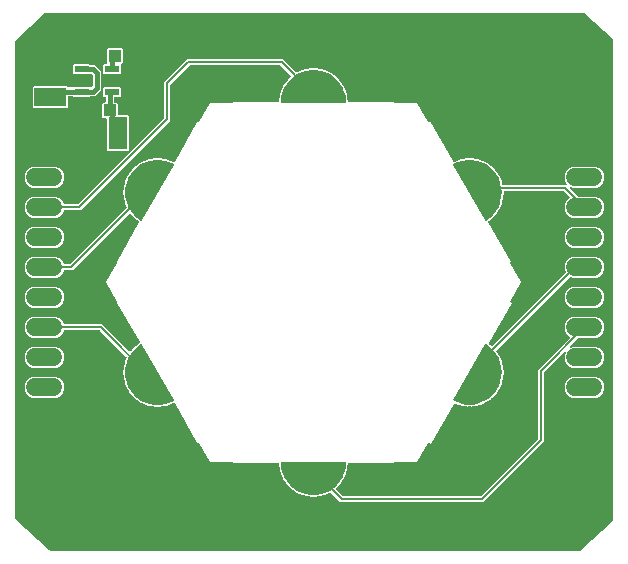
<source format=gbr>
G04 EAGLE Gerber RS-274X export*
G75*
%MOMM*%
%FSLAX34Y34*%
%LPD*%
%INBottom Copper*%
%IPPOS*%
%AMOC8*
5,1,8,0,0,1.08239X$1,22.5*%
G01*
%ADD10C,1.000000*%
%ADD11C,1.524000*%
%ADD12R,1.200000X0.550000*%
%ADD13R,1.000000X1.100000*%
%ADD14R,1.600000X2.700000*%
%ADD15R,2.700000X1.600000*%
%ADD16R,1.100000X1.000000*%
%ADD17C,0.756400*%
%ADD18C,0.406400*%
%ADD19C,0.203200*%

G36*
X-233607Y455661D02*
X-233607Y455661D01*
X-233680Y455659D01*
X-233728Y455641D01*
X-233778Y455633D01*
X-233842Y455599D01*
X-233910Y455574D01*
X-233968Y455533D01*
X-233996Y455518D01*
X-234012Y455501D01*
X-234046Y455476D01*
X-259523Y432425D01*
X-259574Y432362D01*
X-259631Y432306D01*
X-259650Y432267D01*
X-259677Y432233D01*
X-259704Y432157D01*
X-259740Y432085D01*
X-259751Y432029D01*
X-259761Y432002D01*
X-259762Y431974D01*
X-259772Y431921D01*
X-259836Y431098D01*
X-259835Y431076D01*
X-259839Y431038D01*
X-259839Y28039D01*
X-259822Y27934D01*
X-259809Y27828D01*
X-259802Y27813D01*
X-259799Y27797D01*
X-259749Y27702D01*
X-259703Y27606D01*
X-259690Y27590D01*
X-259684Y27579D01*
X-259662Y27558D01*
X-259593Y27479D01*
X-230775Y966D01*
X-230712Y925D01*
X-230654Y876D01*
X-230609Y858D01*
X-230569Y831D01*
X-230496Y812D01*
X-230426Y784D01*
X-230361Y777D01*
X-230331Y769D01*
X-230306Y770D01*
X-230259Y765D01*
X218829Y765D01*
X218904Y777D01*
X218979Y780D01*
X219024Y797D01*
X219072Y805D01*
X219139Y840D01*
X219209Y867D01*
X219262Y906D01*
X219289Y920D01*
X219307Y939D01*
X219345Y966D01*
X246385Y25843D01*
X246451Y25927D01*
X246520Y26009D01*
X246526Y26024D01*
X246537Y26037D01*
X246572Y26138D01*
X246612Y26237D01*
X246614Y26257D01*
X246619Y26269D01*
X246619Y26299D01*
X246631Y26404D01*
X246631Y431038D01*
X246627Y431060D01*
X246628Y431098D01*
X246427Y433653D01*
X246408Y433731D01*
X246398Y433811D01*
X246379Y433849D01*
X246369Y433891D01*
X246326Y433959D01*
X246290Y434032D01*
X246252Y434075D01*
X246237Y434099D01*
X246215Y434117D01*
X246179Y434157D01*
X222627Y455467D01*
X222591Y455490D01*
X222561Y455520D01*
X222488Y455556D01*
X222420Y455600D01*
X222379Y455610D01*
X222341Y455629D01*
X222192Y455658D01*
X222182Y455660D01*
X222179Y455660D01*
X222176Y455661D01*
X222056Y455670D01*
X222034Y455669D01*
X221996Y455673D01*
X-233536Y455673D01*
X-233607Y455661D01*
G37*
%LPC*%
G36*
X-8247Y46448D02*
X-8247Y46448D01*
X-8282Y46451D01*
X-8368Y46428D01*
X-8456Y46414D01*
X-8486Y46398D01*
X-8520Y46389D01*
X-8589Y46349D01*
X-9225Y46445D01*
X-9258Y46445D01*
X-9339Y46454D01*
X-9979Y46454D01*
X-10041Y46490D01*
X-10113Y46542D01*
X-10146Y46552D01*
X-10176Y46570D01*
X-10338Y46613D01*
X-12515Y46941D01*
X-12550Y46941D01*
X-12584Y46948D01*
X-12672Y46939D01*
X-12761Y46938D01*
X-12794Y46927D01*
X-12829Y46923D01*
X-12902Y46894D01*
X-13517Y47084D01*
X-13550Y47088D01*
X-13628Y47109D01*
X-14262Y47204D01*
X-14317Y47250D01*
X-14381Y47312D01*
X-14412Y47327D01*
X-14439Y47349D01*
X-14593Y47415D01*
X-16697Y48064D01*
X-16731Y48069D01*
X-16764Y48082D01*
X-16853Y48086D01*
X-16941Y48098D01*
X-16975Y48092D01*
X-17009Y48093D01*
X-17087Y48075D01*
X-17667Y48355D01*
X-17698Y48364D01*
X-17773Y48396D01*
X-18384Y48585D01*
X-18433Y48638D01*
X-18486Y48709D01*
X-18515Y48728D01*
X-18538Y48754D01*
X-18681Y48843D01*
X-20665Y49798D01*
X-20698Y49808D01*
X-20728Y49825D01*
X-20815Y49843D01*
X-20900Y49868D01*
X-20935Y49867D01*
X-20969Y49873D01*
X-21048Y49867D01*
X-21580Y50230D01*
X-21610Y50244D01*
X-21679Y50287D01*
X-22256Y50565D01*
X-22295Y50624D01*
X-22338Y50702D01*
X-22363Y50726D01*
X-22383Y50755D01*
X-22510Y50864D01*
X-24329Y52104D01*
X-24361Y52119D01*
X-24388Y52140D01*
X-24472Y52171D01*
X-24552Y52208D01*
X-24587Y52212D01*
X-24619Y52224D01*
X-24699Y52230D01*
X-25170Y52667D01*
X-25198Y52686D01*
X-25259Y52738D01*
X-25788Y53099D01*
X-25819Y53164D01*
X-25849Y53247D01*
X-25871Y53275D01*
X-25886Y53306D01*
X-25995Y53433D01*
X-27610Y54931D01*
X-27638Y54950D01*
X-27662Y54975D01*
X-27740Y55017D01*
X-27815Y55067D01*
X-27848Y55075D01*
X-27878Y55092D01*
X-27956Y55109D01*
X-28357Y55613D01*
X-28382Y55635D01*
X-28435Y55696D01*
X-28904Y56132D01*
X-28925Y56200D01*
X-28942Y56288D01*
X-28960Y56318D01*
X-28970Y56351D01*
X-29059Y56493D01*
X-30432Y58214D01*
X-30457Y58237D01*
X-30477Y58266D01*
X-30549Y58320D01*
X-30614Y58379D01*
X-30646Y58393D01*
X-30674Y58414D01*
X-30748Y58443D01*
X-31069Y59000D01*
X-31090Y59026D01*
X-31134Y59094D01*
X-31533Y59595D01*
X-31543Y59666D01*
X-31547Y59755D01*
X-31560Y59787D01*
X-31565Y59821D01*
X-31632Y59975D01*
X-32733Y61882D01*
X-32755Y61909D01*
X-32770Y61940D01*
X-32833Y62004D01*
X-32889Y62072D01*
X-32918Y62091D01*
X-32943Y62115D01*
X-33012Y62155D01*
X-33247Y62754D01*
X-33263Y62782D01*
X-33296Y62857D01*
X-33616Y63411D01*
X-33616Y63483D01*
X-33607Y63571D01*
X-33614Y63605D01*
X-33614Y63640D01*
X-33658Y63802D01*
X-34462Y65852D01*
X-34480Y65881D01*
X-34490Y65914D01*
X-34542Y65986D01*
X-34588Y66063D01*
X-34614Y66086D01*
X-34635Y66114D01*
X-34697Y66163D01*
X-34840Y66791D01*
X-34852Y66821D01*
X-34874Y66899D01*
X-35107Y67495D01*
X-35096Y67566D01*
X-35074Y67652D01*
X-35077Y67687D01*
X-35071Y67721D01*
X-35090Y67888D01*
X-35580Y70035D01*
X-35593Y70067D01*
X-35599Y70101D01*
X-35640Y70180D01*
X-35673Y70262D01*
X-35696Y70289D01*
X-35712Y70319D01*
X-35766Y70377D01*
X-35814Y71019D01*
X-35822Y71051D01*
X-35831Y71132D01*
X-35973Y71756D01*
X-35952Y71825D01*
X-35917Y71906D01*
X-35915Y71941D01*
X-35904Y71974D01*
X-35898Y72142D01*
X-36052Y74195D01*
X-36079Y74306D01*
X-36103Y74418D01*
X-36108Y74426D01*
X-36110Y74434D01*
X-36170Y74531D01*
X-36229Y74629D01*
X-36236Y74635D01*
X-36241Y74643D01*
X-36329Y74715D01*
X-36416Y74789D01*
X-36424Y74793D01*
X-36431Y74798D01*
X-36538Y74838D01*
X-36644Y74881D01*
X-36655Y74882D01*
X-36661Y74885D01*
X-36684Y74886D01*
X-36811Y74900D01*
X-75654Y74900D01*
X-75615Y75361D01*
X-75618Y75390D01*
X-75613Y75420D01*
X-75629Y75488D01*
X-75637Y75558D01*
X-75652Y75584D01*
X-75659Y75613D01*
X-75701Y75670D01*
X-75736Y75731D01*
X-75759Y75749D01*
X-75777Y75773D01*
X-75837Y75809D01*
X-75894Y75852D01*
X-75922Y75859D01*
X-75948Y75875D01*
X-76044Y75891D01*
X-76086Y75902D01*
X-76098Y75900D01*
X-76112Y75902D01*
X-94823Y75902D01*
X-104179Y92152D01*
X-104199Y92174D01*
X-104211Y92201D01*
X-104251Y92237D01*
X-104273Y92266D01*
X-104287Y92274D01*
X-104311Y92301D01*
X-104337Y92314D01*
X-104359Y92334D01*
X-104426Y92356D01*
X-104444Y92367D01*
X-104451Y92368D01*
X-104490Y92387D01*
X-104520Y92389D01*
X-104547Y92398D01*
X-104604Y92394D01*
X-104608Y92395D01*
X-104623Y92395D01*
X-104629Y92394D01*
X-104689Y92396D01*
X-104717Y92386D01*
X-104746Y92384D01*
X-104799Y92359D01*
X-104818Y92355D01*
X-104839Y92341D01*
X-104875Y92327D01*
X-104884Y92319D01*
X-104896Y92313D01*
X-105296Y92037D01*
X-124666Y125591D01*
X-124724Y125662D01*
X-124776Y125737D01*
X-124802Y125756D01*
X-124822Y125781D01*
X-124899Y125830D01*
X-124973Y125885D01*
X-125011Y125899D01*
X-125022Y125907D01*
X-125023Y125907D01*
X-125030Y125912D01*
X-125062Y125919D01*
X-125129Y125946D01*
X-125136Y125948D01*
X-125199Y125954D01*
X-125260Y125970D01*
X-125269Y125969D01*
X-125270Y125969D01*
X-125276Y125969D01*
X-125321Y125966D01*
X-125381Y125972D01*
X-125442Y125958D01*
X-125505Y125954D01*
X-125589Y125924D01*
X-125621Y125917D01*
X-125636Y125907D01*
X-125663Y125898D01*
X-127538Y124994D01*
X-127566Y124974D01*
X-127598Y124961D01*
X-127666Y124904D01*
X-127739Y124853D01*
X-127760Y124825D01*
X-127786Y124802D01*
X-127831Y124737D01*
X-128446Y124546D01*
X-128475Y124532D01*
X-128551Y124505D01*
X-129128Y124227D01*
X-129200Y124233D01*
X-129287Y124248D01*
X-129322Y124243D01*
X-129356Y124246D01*
X-129521Y124214D01*
X-131620Y123565D01*
X-131651Y123550D01*
X-131685Y123542D01*
X-131761Y123495D01*
X-131841Y123455D01*
X-131865Y123431D01*
X-131895Y123413D01*
X-131948Y123354D01*
X-132585Y123258D01*
X-132616Y123248D01*
X-132696Y123233D01*
X-133308Y123043D01*
X-133377Y123060D01*
X-133462Y123088D01*
X-133497Y123088D01*
X-133530Y123096D01*
X-133698Y123090D01*
X-135871Y122761D01*
X-135904Y122750D01*
X-135938Y122747D01*
X-136020Y122712D01*
X-136105Y122685D01*
X-136133Y122664D01*
X-136165Y122651D01*
X-136226Y122601D01*
X-136870Y122601D01*
X-136903Y122595D01*
X-136984Y122592D01*
X-137617Y122496D01*
X-137683Y122523D01*
X-137762Y122564D01*
X-137797Y122569D01*
X-137829Y122582D01*
X-137996Y122600D01*
X-140193Y122599D01*
X-140228Y122593D01*
X-140262Y122596D01*
X-140348Y122573D01*
X-140436Y122559D01*
X-140467Y122543D01*
X-140500Y122534D01*
X-140569Y122494D01*
X-141205Y122590D01*
X-141238Y122589D01*
X-141319Y122598D01*
X-141959Y122598D01*
X-142021Y122634D01*
X-142093Y122686D01*
X-142127Y122696D01*
X-142156Y122714D01*
X-142318Y122757D01*
X-144492Y123083D01*
X-144527Y123083D01*
X-144560Y123090D01*
X-144649Y123081D01*
X-144738Y123080D01*
X-144771Y123068D01*
X-144805Y123065D01*
X-144879Y123036D01*
X-145494Y123225D01*
X-145527Y123229D01*
X-145605Y123250D01*
X-146238Y123345D01*
X-146294Y123390D01*
X-146358Y123452D01*
X-146389Y123467D01*
X-146416Y123489D01*
X-146570Y123556D01*
X-148670Y124202D01*
X-148704Y124207D01*
X-148737Y124220D01*
X-148826Y124224D01*
X-148914Y124236D01*
X-148948Y124229D01*
X-148982Y124231D01*
X-149060Y124213D01*
X-149640Y124492D01*
X-149672Y124501D01*
X-149746Y124534D01*
X-150358Y124722D01*
X-150406Y124775D01*
X-150460Y124846D01*
X-150489Y124865D01*
X-150512Y124891D01*
X-150654Y124980D01*
X-152635Y125932D01*
X-152668Y125942D01*
X-152698Y125959D01*
X-152786Y125976D01*
X-152871Y126002D01*
X-152905Y126000D01*
X-152939Y126007D01*
X-153019Y126001D01*
X-153551Y126363D01*
X-153581Y126377D01*
X-153649Y126420D01*
X-154226Y126697D01*
X-154266Y126757D01*
X-154309Y126835D01*
X-154328Y126853D01*
X-154334Y126862D01*
X-154341Y126869D01*
X-154354Y126887D01*
X-154481Y126997D01*
X-156298Y128233D01*
X-156329Y128248D01*
X-156356Y128270D01*
X-156440Y128300D01*
X-156521Y128337D01*
X-156555Y128341D01*
X-156588Y128353D01*
X-156667Y128359D01*
X-157139Y128796D01*
X-157167Y128814D01*
X-157228Y128867D01*
X-157757Y129227D01*
X-157788Y129292D01*
X-157818Y129376D01*
X-157840Y129403D01*
X-157855Y129434D01*
X-157964Y129561D01*
X-159576Y131055D01*
X-159605Y131074D01*
X-159629Y131099D01*
X-159707Y131142D01*
X-159781Y131191D01*
X-159815Y131200D01*
X-159845Y131216D01*
X-159923Y131234D01*
X-160324Y131737D01*
X-160349Y131759D01*
X-160402Y131820D01*
X-160872Y132255D01*
X-160892Y132324D01*
X-160910Y132411D01*
X-160927Y132441D01*
X-160937Y132474D01*
X-161027Y132616D01*
X-162398Y134334D01*
X-162424Y134357D01*
X-162443Y134385D01*
X-162515Y134439D01*
X-162581Y134498D01*
X-162612Y134512D01*
X-162640Y134533D01*
X-162714Y134562D01*
X-163036Y135119D01*
X-163057Y135145D01*
X-163100Y135213D01*
X-163500Y135714D01*
X-163510Y135785D01*
X-163515Y135873D01*
X-163527Y135906D01*
X-163532Y135940D01*
X-163600Y136094D01*
X-164700Y137996D01*
X-164722Y138023D01*
X-164737Y138054D01*
X-164799Y138118D01*
X-164855Y138186D01*
X-164885Y138205D01*
X-164909Y138230D01*
X-164978Y138269D01*
X-165213Y138868D01*
X-165230Y138896D01*
X-165263Y138971D01*
X-165583Y139525D01*
X-165583Y139597D01*
X-165574Y139685D01*
X-165582Y139719D01*
X-165582Y139754D01*
X-165625Y139916D01*
X-166429Y141961D01*
X-166447Y141991D01*
X-166458Y142024D01*
X-166510Y142096D01*
X-166555Y142172D01*
X-166582Y142195D01*
X-166602Y142223D01*
X-166664Y142272D01*
X-166808Y142900D01*
X-166820Y142930D01*
X-166841Y143008D01*
X-167076Y143604D01*
X-167064Y143675D01*
X-167042Y143761D01*
X-167045Y143796D01*
X-167040Y143830D01*
X-167059Y143997D01*
X-167549Y146139D01*
X-167562Y146171D01*
X-167568Y146205D01*
X-167608Y146284D01*
X-167642Y146367D01*
X-167665Y146393D01*
X-167681Y146424D01*
X-167735Y146482D01*
X-167783Y147124D01*
X-167791Y147156D01*
X-167800Y147236D01*
X-167943Y147861D01*
X-167921Y147929D01*
X-167887Y148011D01*
X-167884Y148045D01*
X-167874Y148078D01*
X-167868Y148246D01*
X-168034Y150437D01*
X-168042Y150471D01*
X-168042Y150506D01*
X-168071Y150590D01*
X-168092Y150677D01*
X-168110Y150706D01*
X-168121Y150739D01*
X-168166Y150804D01*
X-168118Y151446D01*
X-168121Y151479D01*
X-168120Y151514D01*
X-168118Y151532D01*
X-168119Y151538D01*
X-168118Y151560D01*
X-168167Y152198D01*
X-168135Y152263D01*
X-168089Y152339D01*
X-168081Y152372D01*
X-168066Y152404D01*
X-168035Y152568D01*
X-167872Y154760D01*
X-167875Y154795D01*
X-167870Y154829D01*
X-167886Y154917D01*
X-167894Y155005D01*
X-167908Y155037D01*
X-167914Y155071D01*
X-167948Y155142D01*
X-167805Y155770D01*
X-167803Y155803D01*
X-167789Y155883D01*
X-167741Y156521D01*
X-167700Y156580D01*
X-167643Y156648D01*
X-167630Y156680D01*
X-167611Y156709D01*
X-167556Y156867D01*
X-167068Y159010D01*
X-167066Y159045D01*
X-167056Y159078D01*
X-167058Y159167D01*
X-167053Y159256D01*
X-167062Y159289D01*
X-167063Y159324D01*
X-167086Y159400D01*
X-166852Y159999D01*
X-166845Y160031D01*
X-166818Y160108D01*
X-166676Y160732D01*
X-166627Y160784D01*
X-166560Y160843D01*
X-166543Y160873D01*
X-166519Y160899D01*
X-166441Y161047D01*
X-165639Y163093D01*
X-165632Y163127D01*
X-165617Y163159D01*
X-165606Y163247D01*
X-165588Y163334D01*
X-165592Y163368D01*
X-165588Y163403D01*
X-165600Y163481D01*
X-165349Y163917D01*
X-165333Y163957D01*
X-165310Y163994D01*
X-165290Y164072D01*
X-165262Y164147D01*
X-165260Y164190D01*
X-165249Y164233D01*
X-165256Y164312D01*
X-165253Y164393D01*
X-165265Y164434D01*
X-165269Y164478D01*
X-165300Y164551D01*
X-165323Y164628D01*
X-165348Y164664D01*
X-165365Y164704D01*
X-165456Y164818D01*
X-165464Y164830D01*
X-165467Y164831D01*
X-165470Y164835D01*
X-187609Y186974D01*
X-187683Y187027D01*
X-187752Y187087D01*
X-187783Y187099D01*
X-187809Y187118D01*
X-187896Y187145D01*
X-187981Y187179D01*
X-188021Y187183D01*
X-188044Y187190D01*
X-188076Y187189D01*
X-188147Y187197D01*
X-217976Y187197D01*
X-218090Y187178D01*
X-218207Y187161D01*
X-218212Y187159D01*
X-218218Y187158D01*
X-218321Y187103D01*
X-218426Y187050D01*
X-218430Y187045D01*
X-218436Y187042D01*
X-218516Y186958D01*
X-218598Y186874D01*
X-218602Y186868D01*
X-218605Y186864D01*
X-218613Y186847D01*
X-218679Y186727D01*
X-219577Y184558D01*
X-222150Y181985D01*
X-225511Y180593D01*
X-244389Y180593D01*
X-247750Y181985D01*
X-250323Y184558D01*
X-251715Y187919D01*
X-251715Y191557D01*
X-250323Y194918D01*
X-247750Y197491D01*
X-244389Y198883D01*
X-225511Y198883D01*
X-222150Y197491D01*
X-219577Y194918D01*
X-218679Y192749D01*
X-218617Y192649D01*
X-218557Y192549D01*
X-218553Y192545D01*
X-218549Y192540D01*
X-218459Y192465D01*
X-218370Y192389D01*
X-218365Y192387D01*
X-218360Y192383D01*
X-218251Y192341D01*
X-218142Y192297D01*
X-218135Y192296D01*
X-218130Y192295D01*
X-218112Y192294D01*
X-217976Y192279D01*
X-185727Y192279D01*
X-162892Y169444D01*
X-162841Y169407D01*
X-162797Y169363D01*
X-162742Y169336D01*
X-162693Y169301D01*
X-162633Y169282D01*
X-162576Y169254D01*
X-162516Y169246D01*
X-162458Y169228D01*
X-162395Y169230D01*
X-162333Y169221D01*
X-162273Y169233D01*
X-162212Y169235D01*
X-162153Y169256D01*
X-162091Y169268D01*
X-162038Y169298D01*
X-161981Y169319D01*
X-161932Y169358D01*
X-161877Y169389D01*
X-161814Y169452D01*
X-161789Y169473D01*
X-161779Y169488D01*
X-161759Y169508D01*
X-161050Y170398D01*
X-161033Y170429D01*
X-161009Y170454D01*
X-160973Y170535D01*
X-160930Y170613D01*
X-160923Y170647D01*
X-160909Y170679D01*
X-160897Y170757D01*
X-160426Y171195D01*
X-160405Y171221D01*
X-160348Y171279D01*
X-159950Y171780D01*
X-159883Y171805D01*
X-159797Y171829D01*
X-159768Y171849D01*
X-159736Y171861D01*
X-159601Y171961D01*
X-157991Y173457D01*
X-157970Y173485D01*
X-157943Y173506D01*
X-157895Y173581D01*
X-157840Y173651D01*
X-157829Y173684D01*
X-157810Y173713D01*
X-157787Y173789D01*
X-157255Y174152D01*
X-157232Y174175D01*
X-157166Y174223D01*
X-156697Y174659D01*
X-156627Y174674D01*
X-156539Y174685D01*
X-156508Y174701D01*
X-156474Y174708D01*
X-156326Y174787D01*
X-154607Y175960D01*
X-154562Y176003D01*
X-154510Y176039D01*
X-154473Y176088D01*
X-154429Y176130D01*
X-154400Y176185D01*
X-154362Y176236D01*
X-154330Y176318D01*
X-154315Y176347D01*
X-154312Y176365D01*
X-154301Y176392D01*
X-154285Y176452D01*
X-154276Y176542D01*
X-154259Y176632D01*
X-154264Y176664D01*
X-154261Y176696D01*
X-154281Y176785D01*
X-154294Y176875D01*
X-154311Y176913D01*
X-154316Y176936D01*
X-154333Y176964D01*
X-154361Y177029D01*
X-173799Y210698D01*
X-173399Y210886D01*
X-173376Y210904D01*
X-173349Y210914D01*
X-173297Y210963D01*
X-173240Y211005D01*
X-173225Y211030D01*
X-173204Y211050D01*
X-173175Y211115D01*
X-173140Y211177D01*
X-173136Y211206D01*
X-173124Y211232D01*
X-173123Y211303D01*
X-173114Y211374D01*
X-173122Y211402D01*
X-173122Y211431D01*
X-173156Y211524D01*
X-173168Y211565D01*
X-173175Y211574D01*
X-173179Y211587D01*
X-182536Y227838D01*
X-173179Y244089D01*
X-173170Y244117D01*
X-173153Y244141D01*
X-173139Y244210D01*
X-173116Y244278D01*
X-173119Y244307D01*
X-173113Y244335D01*
X-173127Y244405D01*
X-173132Y244476D01*
X-173146Y244502D01*
X-173151Y244530D01*
X-173191Y244589D01*
X-173224Y244652D01*
X-173246Y244671D01*
X-173263Y244695D01*
X-173345Y244752D01*
X-173377Y244779D01*
X-173388Y244782D01*
X-173399Y244790D01*
X-173799Y244978D01*
X-154424Y278539D01*
X-154384Y278645D01*
X-154341Y278751D01*
X-154340Y278760D01*
X-154337Y278769D01*
X-154333Y278882D01*
X-154326Y278997D01*
X-154328Y279006D01*
X-154328Y279014D01*
X-154360Y279123D01*
X-154390Y279234D01*
X-154395Y279242D01*
X-154398Y279250D01*
X-154464Y279344D01*
X-154527Y279439D01*
X-154535Y279446D01*
X-154539Y279452D01*
X-154558Y279466D01*
X-154654Y279548D01*
X-156326Y280689D01*
X-156357Y280704D01*
X-156384Y280725D01*
X-156468Y280756D01*
X-156549Y280793D01*
X-156583Y280797D01*
X-156616Y280809D01*
X-156695Y280815D01*
X-157166Y281253D01*
X-157194Y281271D01*
X-157255Y281324D01*
X-157784Y281685D01*
X-157815Y281750D01*
X-157845Y281833D01*
X-157867Y281860D01*
X-157881Y281892D01*
X-157991Y282019D01*
X-159601Y283515D01*
X-159630Y283534D01*
X-159654Y283559D01*
X-159732Y283602D01*
X-159806Y283651D01*
X-159840Y283660D01*
X-159870Y283676D01*
X-159948Y283694D01*
X-160348Y284197D01*
X-160373Y284219D01*
X-160426Y284281D01*
X-160895Y284717D01*
X-160915Y284785D01*
X-160933Y284873D01*
X-160950Y284903D01*
X-160960Y284936D01*
X-161050Y285078D01*
X-161759Y285968D01*
X-161805Y286010D01*
X-161845Y286059D01*
X-161896Y286092D01*
X-161941Y286133D01*
X-161998Y286158D01*
X-162051Y286192D01*
X-162111Y286207D01*
X-162166Y286231D01*
X-162229Y286237D01*
X-162290Y286252D01*
X-162351Y286247D01*
X-162412Y286253D01*
X-162473Y286238D01*
X-162535Y286233D01*
X-162591Y286209D01*
X-162651Y286195D01*
X-162704Y286161D01*
X-162761Y286137D01*
X-162830Y286082D01*
X-162835Y286079D01*
X-162837Y286077D01*
X-162859Y286064D01*
X-162870Y286050D01*
X-162892Y286032D01*
X-209216Y239709D01*
X-210927Y237997D01*
X-217976Y237997D01*
X-218090Y237978D01*
X-218207Y237961D01*
X-218212Y237959D01*
X-218218Y237958D01*
X-218321Y237903D01*
X-218426Y237850D01*
X-218430Y237845D01*
X-218436Y237842D01*
X-218516Y237758D01*
X-218598Y237674D01*
X-218602Y237668D01*
X-218605Y237664D01*
X-218613Y237647D01*
X-218679Y237527D01*
X-219577Y235358D01*
X-222150Y232785D01*
X-225511Y231393D01*
X-244389Y231393D01*
X-247750Y232785D01*
X-250323Y235358D01*
X-251715Y238719D01*
X-251715Y242357D01*
X-250323Y245718D01*
X-247750Y248291D01*
X-244389Y249683D01*
X-225511Y249683D01*
X-222150Y248291D01*
X-219577Y245718D01*
X-218679Y243549D01*
X-218617Y243449D01*
X-218557Y243349D01*
X-218553Y243345D01*
X-218549Y243340D01*
X-218459Y243265D01*
X-218370Y243189D01*
X-218365Y243187D01*
X-218360Y243183D01*
X-218251Y243141D01*
X-218142Y243097D01*
X-218135Y243096D01*
X-218130Y243095D01*
X-218112Y243094D01*
X-217976Y243079D01*
X-213347Y243079D01*
X-213257Y243093D01*
X-213166Y243101D01*
X-213136Y243113D01*
X-213104Y243118D01*
X-213024Y243161D01*
X-212940Y243197D01*
X-212908Y243223D01*
X-212887Y243234D01*
X-212865Y243257D01*
X-212809Y243302D01*
X-165470Y290641D01*
X-165444Y290676D01*
X-165412Y290706D01*
X-165373Y290776D01*
X-165326Y290841D01*
X-165313Y290882D01*
X-165292Y290920D01*
X-165277Y290999D01*
X-165254Y291076D01*
X-165255Y291119D01*
X-165247Y291162D01*
X-165258Y291242D01*
X-165260Y291322D01*
X-165275Y291363D01*
X-165281Y291406D01*
X-165340Y291540D01*
X-165345Y291553D01*
X-165347Y291555D01*
X-165349Y291559D01*
X-165598Y291992D01*
X-165597Y292064D01*
X-165588Y292152D01*
X-165596Y292186D01*
X-165596Y292221D01*
X-165639Y292383D01*
X-166441Y294429D01*
X-166459Y294459D01*
X-166469Y294492D01*
X-166521Y294564D01*
X-166567Y294640D01*
X-166593Y294663D01*
X-166613Y294691D01*
X-166675Y294741D01*
X-166818Y295368D01*
X-166831Y295399D01*
X-166852Y295477D01*
X-166919Y295649D01*
X-167085Y296073D01*
X-167074Y296144D01*
X-167052Y296230D01*
X-167054Y296265D01*
X-167049Y296299D01*
X-167068Y296466D01*
X-167556Y298609D01*
X-167569Y298641D01*
X-167574Y298675D01*
X-167615Y298754D01*
X-167648Y298836D01*
X-167671Y298863D01*
X-167687Y298893D01*
X-167741Y298952D01*
X-167789Y299593D01*
X-167796Y299625D01*
X-167805Y299706D01*
X-167948Y300330D01*
X-167926Y300399D01*
X-167891Y300481D01*
X-167889Y300515D01*
X-167878Y300548D01*
X-167872Y300716D01*
X-168035Y302907D01*
X-168043Y302941D01*
X-168043Y302976D01*
X-168072Y303060D01*
X-168093Y303147D01*
X-168111Y303176D01*
X-168122Y303209D01*
X-168167Y303274D01*
X-168118Y303916D01*
X-168121Y303949D01*
X-168118Y304030D01*
X-168166Y304669D01*
X-168134Y304733D01*
X-168088Y304809D01*
X-168080Y304843D01*
X-168065Y304874D01*
X-168034Y305039D01*
X-167868Y307230D01*
X-167871Y307265D01*
X-167866Y307299D01*
X-167882Y307386D01*
X-167889Y307475D01*
X-167903Y307507D01*
X-167909Y307541D01*
X-167944Y307612D01*
X-167800Y308240D01*
X-167798Y308273D01*
X-167783Y308352D01*
X-167735Y308991D01*
X-167694Y309050D01*
X-167637Y309118D01*
X-167624Y309150D01*
X-167604Y309179D01*
X-167549Y309337D01*
X-167059Y311479D01*
X-167057Y311514D01*
X-167047Y311547D01*
X-167049Y311636D01*
X-167043Y311725D01*
X-167052Y311758D01*
X-167053Y311793D01*
X-167077Y311869D01*
X-166841Y312468D01*
X-166834Y312500D01*
X-166808Y312576D01*
X-166665Y313201D01*
X-166616Y313253D01*
X-166549Y313312D01*
X-166531Y313342D01*
X-166508Y313367D01*
X-166429Y313515D01*
X-165625Y315561D01*
X-165618Y315594D01*
X-165603Y315626D01*
X-165592Y315714D01*
X-165574Y315801D01*
X-165577Y315835D01*
X-165573Y315870D01*
X-165585Y315948D01*
X-165263Y316505D01*
X-165251Y316536D01*
X-165213Y316608D01*
X-164979Y317204D01*
X-164923Y317248D01*
X-164848Y317296D01*
X-164826Y317323D01*
X-164799Y317345D01*
X-164700Y317480D01*
X-163600Y319382D01*
X-163587Y319415D01*
X-163568Y319444D01*
X-163546Y319524D01*
X-163545Y319524D01*
X-163544Y319529D01*
X-163512Y319613D01*
X-163511Y319647D01*
X-163502Y319681D01*
X-163502Y319760D01*
X-163100Y320263D01*
X-163084Y320292D01*
X-163036Y320357D01*
X-162716Y320911D01*
X-162653Y320946D01*
X-162572Y320983D01*
X-162547Y321007D01*
X-162517Y321024D01*
X-162398Y321142D01*
X-161027Y322860D01*
X-161010Y322890D01*
X-160986Y322916D01*
X-160950Y322997D01*
X-160906Y323074D01*
X-160900Y323108D01*
X-160886Y323140D01*
X-160874Y323219D01*
X-160402Y323656D01*
X-160382Y323682D01*
X-160324Y323739D01*
X-159925Y324240D01*
X-159858Y324265D01*
X-159772Y324289D01*
X-159744Y324309D01*
X-159711Y324321D01*
X-159576Y324421D01*
X-157964Y325915D01*
X-157943Y325942D01*
X-157916Y325964D01*
X-157868Y326039D01*
X-157813Y326109D01*
X-157802Y326142D01*
X-157783Y326171D01*
X-157760Y326247D01*
X-157228Y326609D01*
X-157204Y326632D01*
X-157139Y326680D01*
X-156669Y327115D01*
X-156599Y327131D01*
X-156511Y327142D01*
X-156480Y327157D01*
X-156446Y327164D01*
X-156298Y327243D01*
X-154481Y328479D01*
X-154456Y328503D01*
X-154426Y328521D01*
X-154367Y328588D01*
X-154303Y328649D01*
X-154287Y328680D01*
X-154264Y328706D01*
X-154229Y328777D01*
X-153649Y329056D01*
X-153622Y329075D01*
X-153551Y329113D01*
X-153021Y329473D01*
X-152950Y329478D01*
X-152861Y329476D01*
X-152828Y329486D01*
X-152793Y329488D01*
X-152635Y329544D01*
X-150654Y330496D01*
X-150626Y330516D01*
X-150594Y330529D01*
X-150526Y330586D01*
X-150453Y330637D01*
X-150432Y330665D01*
X-150406Y330687D01*
X-150361Y330753D01*
X-149746Y330942D01*
X-149716Y330957D01*
X-149640Y330984D01*
X-149063Y331261D01*
X-148991Y331255D01*
X-148904Y331240D01*
X-148869Y331245D01*
X-148835Y331242D01*
X-148670Y331274D01*
X-146570Y331920D01*
X-146539Y331935D01*
X-146505Y331943D01*
X-146429Y331990D01*
X-146349Y332029D01*
X-146325Y332054D01*
X-146295Y332072D01*
X-146241Y332130D01*
X-145605Y332226D01*
X-145573Y332236D01*
X-145494Y332251D01*
X-144882Y332440D01*
X-144812Y332423D01*
X-144728Y332395D01*
X-144693Y332395D01*
X-144659Y332387D01*
X-144492Y332393D01*
X-142318Y332719D01*
X-142285Y332730D01*
X-142251Y332733D01*
X-142169Y332767D01*
X-142084Y332795D01*
X-142056Y332815D01*
X-142024Y332829D01*
X-141962Y332878D01*
X-141319Y332878D01*
X-141286Y332883D01*
X-141205Y332886D01*
X-140572Y332981D01*
X-140506Y332955D01*
X-140426Y332914D01*
X-140392Y332909D01*
X-140360Y332896D01*
X-140193Y332877D01*
X-137996Y332876D01*
X-137961Y332881D01*
X-137927Y332879D01*
X-137841Y332901D01*
X-137753Y332915D01*
X-137722Y332932D01*
X-137689Y332940D01*
X-137620Y332980D01*
X-136984Y332884D01*
X-136950Y332884D01*
X-136870Y332875D01*
X-136230Y332875D01*
X-136168Y332838D01*
X-136096Y332786D01*
X-136063Y332776D01*
X-136033Y332759D01*
X-135871Y332715D01*
X-133698Y332386D01*
X-133663Y332387D01*
X-133629Y332379D01*
X-133541Y332388D01*
X-133452Y332389D01*
X-133419Y332401D01*
X-133385Y332404D01*
X-133311Y332433D01*
X-132696Y332243D01*
X-132663Y332239D01*
X-132585Y332218D01*
X-131952Y332122D01*
X-131896Y332077D01*
X-131832Y332015D01*
X-131801Y332000D01*
X-131774Y331978D01*
X-131620Y331911D01*
X-129521Y331262D01*
X-129487Y331257D01*
X-129454Y331245D01*
X-129365Y331240D01*
X-129277Y331228D01*
X-129243Y331235D01*
X-129209Y331233D01*
X-129131Y331251D01*
X-128551Y330971D01*
X-128520Y330962D01*
X-128446Y330930D01*
X-127834Y330740D01*
X-127785Y330687D01*
X-127732Y330616D01*
X-127703Y330597D01*
X-127680Y330571D01*
X-127538Y330482D01*
X-125749Y329620D01*
X-125640Y329587D01*
X-125530Y329552D01*
X-125521Y329552D01*
X-125513Y329550D01*
X-125399Y329554D01*
X-125284Y329556D01*
X-125276Y329559D01*
X-125267Y329559D01*
X-125160Y329600D01*
X-125052Y329638D01*
X-125045Y329643D01*
X-125037Y329646D01*
X-124949Y329719D01*
X-124858Y329789D01*
X-124852Y329798D01*
X-124847Y329802D01*
X-124835Y329821D01*
X-124759Y329925D01*
X-105296Y363639D01*
X-104896Y363363D01*
X-104869Y363351D01*
X-104847Y363332D01*
X-104779Y363312D01*
X-104714Y363284D01*
X-104684Y363284D01*
X-104656Y363276D01*
X-104586Y363284D01*
X-104515Y363283D01*
X-104488Y363295D01*
X-104458Y363298D01*
X-104397Y363333D01*
X-104331Y363360D01*
X-104311Y363381D01*
X-104285Y363396D01*
X-104223Y363471D01*
X-104193Y363502D01*
X-104188Y363513D01*
X-104179Y363524D01*
X-94823Y379774D01*
X-76112Y379774D01*
X-76083Y379780D01*
X-76053Y379777D01*
X-75986Y379799D01*
X-75917Y379813D01*
X-75893Y379830D01*
X-75864Y379840D01*
X-75811Y379886D01*
X-75753Y379926D01*
X-75737Y379951D01*
X-75715Y379971D01*
X-75684Y380034D01*
X-75646Y380093D01*
X-75641Y380123D01*
X-75628Y380150D01*
X-75620Y380247D01*
X-75613Y380290D01*
X-75616Y380301D01*
X-75615Y380315D01*
X-75654Y380776D01*
X-36811Y380776D01*
X-36698Y380795D01*
X-36585Y380811D01*
X-36577Y380815D01*
X-36568Y380816D01*
X-36467Y380869D01*
X-36365Y380921D01*
X-36359Y380927D01*
X-36351Y380931D01*
X-36272Y381014D01*
X-36192Y381095D01*
X-36188Y381103D01*
X-36182Y381109D01*
X-36133Y381213D01*
X-36083Y381316D01*
X-36081Y381326D01*
X-36078Y381333D01*
X-36075Y381355D01*
X-36052Y381481D01*
X-35898Y383534D01*
X-35901Y383569D01*
X-35896Y383603D01*
X-35912Y383691D01*
X-35919Y383779D01*
X-35933Y383811D01*
X-35940Y383845D01*
X-35974Y383917D01*
X-35831Y384544D01*
X-35829Y384577D01*
X-35814Y384657D01*
X-35766Y385295D01*
X-35725Y385354D01*
X-35668Y385422D01*
X-35655Y385455D01*
X-35636Y385483D01*
X-35580Y385641D01*
X-35090Y387788D01*
X-35088Y387823D01*
X-35078Y387856D01*
X-35081Y387945D01*
X-35075Y388034D01*
X-35084Y388067D01*
X-35085Y388102D01*
X-35109Y388178D01*
X-34874Y388777D01*
X-34867Y388809D01*
X-34840Y388885D01*
X-34698Y389510D01*
X-34648Y389562D01*
X-34582Y389621D01*
X-34564Y389651D01*
X-34540Y389676D01*
X-34462Y389824D01*
X-33658Y391874D01*
X-33651Y391908D01*
X-33636Y391939D01*
X-33625Y392028D01*
X-33606Y392115D01*
X-33610Y392149D01*
X-33606Y392183D01*
X-33618Y392262D01*
X-33296Y392819D01*
X-33284Y392850D01*
X-33247Y392922D01*
X-33013Y393518D01*
X-32956Y393562D01*
X-32882Y393610D01*
X-32860Y393638D01*
X-32833Y393659D01*
X-32733Y393794D01*
X-31632Y395701D01*
X-31620Y395733D01*
X-31601Y395762D01*
X-31577Y395848D01*
X-31545Y395931D01*
X-31544Y395966D01*
X-31535Y395999D01*
X-31535Y396079D01*
X-31134Y396582D01*
X-31117Y396611D01*
X-31069Y396676D01*
X-30749Y397230D01*
X-30687Y397266D01*
X-30606Y397302D01*
X-30581Y397326D01*
X-30550Y397343D01*
X-30432Y397462D01*
X-29059Y399183D01*
X-29042Y399213D01*
X-29034Y399222D01*
X-29025Y399232D01*
X-29024Y399233D01*
X-29019Y399239D01*
X-28982Y399320D01*
X-28939Y399398D01*
X-28933Y399430D01*
X-28921Y399455D01*
X-28921Y399458D01*
X-28918Y399464D01*
X-28906Y399542D01*
X-28435Y399980D01*
X-28414Y400006D01*
X-28357Y400063D01*
X-27958Y400564D01*
X-27891Y400590D01*
X-27805Y400614D01*
X-27777Y400633D01*
X-27744Y400646D01*
X-27610Y400745D01*
X-26461Y401812D01*
X-26440Y401839D01*
X-26413Y401860D01*
X-26364Y401935D01*
X-26310Y402006D01*
X-26298Y402038D01*
X-26280Y402067D01*
X-26258Y402154D01*
X-26229Y402238D01*
X-26228Y402272D01*
X-26220Y402305D01*
X-26227Y402394D01*
X-26226Y402484D01*
X-26236Y402517D01*
X-26239Y402551D01*
X-26274Y402633D01*
X-26301Y402718D01*
X-26322Y402746D01*
X-26335Y402777D01*
X-26440Y402908D01*
X-34788Y411256D01*
X-34862Y411309D01*
X-34932Y411369D01*
X-34962Y411381D01*
X-34988Y411400D01*
X-35075Y411427D01*
X-35160Y411461D01*
X-35201Y411465D01*
X-35223Y411472D01*
X-35255Y411471D01*
X-35327Y411479D01*
X-111662Y411479D01*
X-111752Y411465D01*
X-111843Y411457D01*
X-111873Y411445D01*
X-111905Y411440D01*
X-111986Y411397D01*
X-112070Y411361D01*
X-112102Y411335D01*
X-112122Y411324D01*
X-112145Y411301D01*
X-112201Y411256D01*
X-128046Y395411D01*
X-128099Y395337D01*
X-128159Y395267D01*
X-128171Y395237D01*
X-128190Y395211D01*
X-128217Y395124D01*
X-128251Y395039D01*
X-128255Y394998D01*
X-128262Y394976D01*
X-128261Y394944D01*
X-128269Y394872D01*
X-128269Y364708D01*
X-204180Y288797D01*
X-217976Y288797D01*
X-218090Y288778D01*
X-218207Y288761D01*
X-218212Y288759D01*
X-218218Y288758D01*
X-218321Y288703D01*
X-218426Y288650D01*
X-218430Y288645D01*
X-218436Y288642D01*
X-218516Y288558D01*
X-218598Y288474D01*
X-218602Y288468D01*
X-218605Y288464D01*
X-218613Y288447D01*
X-218679Y288327D01*
X-219577Y286158D01*
X-222150Y283585D01*
X-225511Y282193D01*
X-244389Y282193D01*
X-247750Y283585D01*
X-250323Y286158D01*
X-251715Y289519D01*
X-251715Y293157D01*
X-250323Y296518D01*
X-247750Y299091D01*
X-244389Y300483D01*
X-225511Y300483D01*
X-222150Y299091D01*
X-219577Y296518D01*
X-218679Y294349D01*
X-218617Y294249D01*
X-218557Y294149D01*
X-218553Y294145D01*
X-218549Y294140D01*
X-218459Y294065D01*
X-218370Y293989D01*
X-218365Y293987D01*
X-218360Y293983D01*
X-218251Y293941D01*
X-218142Y293897D01*
X-218135Y293896D01*
X-218130Y293895D01*
X-218112Y293894D01*
X-217976Y293879D01*
X-206600Y293879D01*
X-206510Y293893D01*
X-206419Y293901D01*
X-206389Y293913D01*
X-206357Y293918D01*
X-206276Y293961D01*
X-206192Y293997D01*
X-206160Y294023D01*
X-206140Y294034D01*
X-206117Y294057D01*
X-206061Y294102D01*
X-133574Y366589D01*
X-133521Y366663D01*
X-133461Y366733D01*
X-133449Y366763D01*
X-133430Y366789D01*
X-133403Y366876D01*
X-133369Y366961D01*
X-133365Y367002D01*
X-133358Y367024D01*
X-133359Y367056D01*
X-133351Y367128D01*
X-133351Y397292D01*
X-114082Y416561D01*
X-32907Y416561D01*
X-22152Y405806D01*
X-22094Y405764D01*
X-22041Y405714D01*
X-21994Y405693D01*
X-21952Y405663D01*
X-21883Y405641D01*
X-21818Y405611D01*
X-21767Y405606D01*
X-21717Y405590D01*
X-21645Y405592D01*
X-21573Y405584D01*
X-21523Y405595D01*
X-21471Y405597D01*
X-21447Y405606D01*
X-21404Y405621D01*
X-21333Y405637D01*
X-21271Y405670D01*
X-21240Y405681D01*
X-21222Y405696D01*
X-21185Y405716D01*
X-21051Y405807D01*
X-20979Y405812D01*
X-20891Y405809D01*
X-20857Y405820D01*
X-20823Y405822D01*
X-20665Y405878D01*
X-18681Y406833D01*
X-18652Y406853D01*
X-18620Y406866D01*
X-18552Y406923D01*
X-18479Y406974D01*
X-18459Y407002D01*
X-18432Y407024D01*
X-18388Y407090D01*
X-17773Y407280D01*
X-17743Y407295D01*
X-17667Y407321D01*
X-17090Y407599D01*
X-17018Y407593D01*
X-16931Y407578D01*
X-16896Y407583D01*
X-16862Y407580D01*
X-16697Y407612D01*
X-14593Y408261D01*
X-14562Y408276D01*
X-14528Y408284D01*
X-14452Y408330D01*
X-14373Y408370D01*
X-14348Y408395D01*
X-14319Y408413D01*
X-14265Y408471D01*
X-13628Y408567D01*
X-13597Y408577D01*
X-13517Y408592D01*
X-12905Y408781D01*
X-12836Y408765D01*
X-12751Y408736D01*
X-12717Y408736D01*
X-12683Y408728D01*
X-12515Y408735D01*
X-10338Y409063D01*
X-10305Y409074D01*
X-10270Y409076D01*
X-10189Y409111D01*
X-10104Y409138D01*
X-10076Y409159D01*
X-10044Y409173D01*
X-9982Y409222D01*
X-9339Y409222D01*
X-9306Y409228D01*
X-9225Y409231D01*
X-8592Y409326D01*
X-8525Y409299D01*
X-8446Y409259D01*
X-8412Y409254D01*
X-8380Y409241D01*
X-8213Y409222D01*
X-6011Y409222D01*
X-5977Y409228D01*
X-5942Y409225D01*
X-5856Y409248D01*
X-5768Y409262D01*
X-5738Y409278D01*
X-5704Y409287D01*
X-5635Y409327D01*
X-4999Y409231D01*
X-4966Y409231D01*
X-4885Y409222D01*
X-4245Y409222D01*
X-4183Y409186D01*
X-4111Y409134D01*
X-4078Y409124D01*
X-4048Y409106D01*
X-3886Y409063D01*
X-1709Y408735D01*
X-1674Y408735D01*
X-1640Y408728D01*
X-1552Y408737D01*
X-1463Y408738D01*
X-1430Y408749D01*
X-1395Y408753D01*
X-1322Y408782D01*
X-707Y408592D01*
X-674Y408588D01*
X-596Y408567D01*
X38Y408472D01*
X93Y408426D01*
X157Y408364D01*
X188Y408349D01*
X215Y408327D01*
X369Y408261D01*
X2473Y407612D01*
X2507Y407607D01*
X2540Y407594D01*
X2629Y407590D01*
X2717Y407578D01*
X2751Y407584D01*
X2785Y407583D01*
X2863Y407601D01*
X3443Y407321D01*
X3474Y407312D01*
X3549Y407280D01*
X4160Y407091D01*
X4209Y407038D01*
X4262Y406967D01*
X4291Y406948D01*
X4314Y406922D01*
X4457Y406833D01*
X6441Y405878D01*
X6474Y405868D01*
X6504Y405851D01*
X6591Y405833D01*
X6677Y405808D01*
X6711Y405809D01*
X6745Y405803D01*
X6824Y405809D01*
X7356Y405446D01*
X7386Y405432D01*
X7455Y405389D01*
X8032Y405111D01*
X8071Y405052D01*
X8114Y404974D01*
X8139Y404950D01*
X8159Y404921D01*
X8286Y404812D01*
X10105Y403572D01*
X10137Y403557D01*
X10164Y403536D01*
X10248Y403505D01*
X10328Y403468D01*
X10363Y403464D01*
X10395Y403452D01*
X10475Y403446D01*
X10946Y403009D01*
X10974Y402990D01*
X11035Y402938D01*
X11564Y402577D01*
X11595Y402512D01*
X11625Y402429D01*
X11647Y402401D01*
X11662Y402370D01*
X11771Y402243D01*
X13386Y400745D01*
X13414Y400726D01*
X13438Y400701D01*
X13516Y400659D01*
X13591Y400609D01*
X13624Y400601D01*
X13654Y400584D01*
X13732Y400567D01*
X14133Y400063D01*
X14158Y400041D01*
X14211Y399980D01*
X14680Y399544D01*
X14701Y399476D01*
X14718Y399388D01*
X14722Y399382D01*
X14722Y399380D01*
X14736Y399357D01*
X14746Y399325D01*
X14835Y399183D01*
X16208Y397462D01*
X16234Y397439D01*
X16253Y397410D01*
X16324Y397356D01*
X16390Y397297D01*
X16422Y397283D01*
X16450Y397262D01*
X16524Y397233D01*
X16846Y396676D01*
X16866Y396650D01*
X16910Y396582D01*
X17309Y396081D01*
X17319Y396010D01*
X17323Y395921D01*
X17336Y395889D01*
X17341Y395855D01*
X17408Y395701D01*
X18509Y393794D01*
X18531Y393767D01*
X18546Y393736D01*
X18609Y393672D01*
X18665Y393604D01*
X18694Y393585D01*
X18719Y393561D01*
X18788Y393521D01*
X19023Y392922D01*
X19039Y392894D01*
X19072Y392819D01*
X19392Y392265D01*
X19392Y392193D01*
X19383Y392105D01*
X19390Y392071D01*
X19390Y392036D01*
X19434Y391874D01*
X20238Y389824D01*
X20256Y389795D01*
X20266Y389762D01*
X20318Y389690D01*
X20364Y389613D01*
X20390Y389590D01*
X20411Y389562D01*
X20473Y389513D01*
X20616Y388885D01*
X20628Y388855D01*
X20650Y388777D01*
X20883Y388181D01*
X20872Y388110D01*
X20850Y388024D01*
X20853Y387989D01*
X20847Y387955D01*
X20866Y387788D01*
X21356Y385641D01*
X21369Y385609D01*
X21375Y385575D01*
X21416Y385496D01*
X21449Y385414D01*
X21472Y385387D01*
X21488Y385357D01*
X21542Y385299D01*
X21590Y384657D01*
X21598Y384625D01*
X21607Y384544D01*
X21749Y383920D01*
X21728Y383851D01*
X21693Y383769D01*
X21691Y383735D01*
X21680Y383702D01*
X21674Y383534D01*
X21828Y381481D01*
X21855Y381370D01*
X21879Y381258D01*
X21884Y381250D01*
X21886Y381242D01*
X21946Y381145D01*
X22005Y381047D01*
X22012Y381041D01*
X22017Y381033D01*
X22105Y380961D01*
X22192Y380887D01*
X22200Y380883D01*
X22207Y380878D01*
X22314Y380838D01*
X22420Y380795D01*
X22431Y380794D01*
X22437Y380791D01*
X22460Y380790D01*
X22587Y380776D01*
X61430Y380776D01*
X61391Y380315D01*
X61394Y380286D01*
X61389Y380256D01*
X61405Y380188D01*
X61413Y380118D01*
X61428Y380092D01*
X61435Y380063D01*
X61477Y380006D01*
X61512Y379945D01*
X61535Y379927D01*
X61553Y379903D01*
X61613Y379867D01*
X61670Y379824D01*
X61698Y379817D01*
X61724Y379801D01*
X61820Y379785D01*
X61862Y379774D01*
X61874Y379776D01*
X61888Y379774D01*
X80599Y379774D01*
X89955Y363524D01*
X89975Y363502D01*
X89987Y363475D01*
X90040Y363428D01*
X90087Y363375D01*
X90113Y363362D01*
X90135Y363342D01*
X90202Y363319D01*
X90266Y363289D01*
X90296Y363288D01*
X90323Y363278D01*
X90394Y363283D01*
X90465Y363280D01*
X90493Y363290D01*
X90522Y363292D01*
X90611Y363334D01*
X90651Y363349D01*
X90660Y363357D01*
X90672Y363363D01*
X91874Y364196D01*
X111352Y330320D01*
X111426Y330230D01*
X111496Y330140D01*
X111503Y330136D01*
X111508Y330130D01*
X111606Y330068D01*
X111702Y330005D01*
X111709Y330003D01*
X111716Y329999D01*
X111828Y329971D01*
X111939Y329942D01*
X111947Y329943D01*
X111955Y329941D01*
X112070Y329951D01*
X112185Y329958D01*
X112194Y329961D01*
X112200Y329962D01*
X112220Y329971D01*
X112343Y330014D01*
X113314Y330482D01*
X113342Y330502D01*
X113374Y330515D01*
X113442Y330572D01*
X113515Y330623D01*
X113536Y330651D01*
X113562Y330674D01*
X113607Y330739D01*
X114222Y330930D01*
X114251Y330944D01*
X114327Y330971D01*
X114904Y331249D01*
X114976Y331243D01*
X115063Y331228D01*
X115098Y331233D01*
X115132Y331230D01*
X115297Y331262D01*
X117396Y331911D01*
X117427Y331926D01*
X117461Y331934D01*
X117537Y331981D01*
X117617Y332021D01*
X117641Y332045D01*
X117671Y332063D01*
X117724Y332122D01*
X118361Y332218D01*
X118392Y332228D01*
X118472Y332243D01*
X119084Y332433D01*
X119153Y332416D01*
X119238Y332388D01*
X119273Y332388D01*
X119306Y332380D01*
X119474Y332386D01*
X121647Y332715D01*
X121680Y332726D01*
X121714Y332729D01*
X121796Y332764D01*
X121881Y332791D01*
X121909Y332812D01*
X121941Y332825D01*
X122002Y332875D01*
X122646Y332875D01*
X122679Y332881D01*
X122760Y332884D01*
X123393Y332980D01*
X123459Y332953D01*
X123538Y332912D01*
X123573Y332907D01*
X123605Y332894D01*
X123772Y332876D01*
X125969Y332877D01*
X126004Y332883D01*
X126038Y332880D01*
X126124Y332903D01*
X126212Y332917D01*
X126243Y332933D01*
X126276Y332942D01*
X126345Y332982D01*
X126981Y332886D01*
X127014Y332887D01*
X127095Y332878D01*
X127735Y332878D01*
X127797Y332842D01*
X127869Y332790D01*
X127903Y332780D01*
X127932Y332762D01*
X128094Y332719D01*
X130268Y332393D01*
X130303Y332393D01*
X130336Y332386D01*
X130425Y332395D01*
X130514Y332396D01*
X130547Y332408D01*
X130581Y332411D01*
X130655Y332440D01*
X131270Y332251D01*
X131303Y332247D01*
X131381Y332226D01*
X132014Y332131D01*
X132070Y332086D01*
X132134Y332024D01*
X132165Y332009D01*
X132192Y331987D01*
X132346Y331920D01*
X134446Y331274D01*
X134480Y331269D01*
X134513Y331256D01*
X134602Y331252D01*
X134690Y331240D01*
X134724Y331247D01*
X134758Y331245D01*
X134836Y331263D01*
X135416Y330984D01*
X135448Y330975D01*
X135522Y330942D01*
X136134Y330754D01*
X136182Y330701D01*
X136236Y330630D01*
X136265Y330611D01*
X136288Y330585D01*
X136430Y330496D01*
X138411Y329544D01*
X138444Y329534D01*
X138474Y329517D01*
X138562Y329500D01*
X138647Y329474D01*
X138681Y329476D01*
X138715Y329469D01*
X138795Y329475D01*
X139327Y329113D01*
X139357Y329099D01*
X139425Y329056D01*
X140002Y328779D01*
X140042Y328719D01*
X140085Y328641D01*
X140110Y328617D01*
X140130Y328589D01*
X140257Y328479D01*
X142074Y327243D01*
X142105Y327228D01*
X142132Y327206D01*
X142216Y327176D01*
X142297Y327139D01*
X142331Y327135D01*
X142364Y327123D01*
X142443Y327117D01*
X142915Y326680D01*
X142943Y326662D01*
X143004Y326609D01*
X143533Y326249D01*
X143564Y326184D01*
X143594Y326100D01*
X143616Y326073D01*
X143631Y326042D01*
X143740Y325915D01*
X145352Y324421D01*
X145381Y324402D01*
X145405Y324377D01*
X145483Y324334D01*
X145557Y324285D01*
X145591Y324276D01*
X145621Y324260D01*
X145699Y324242D01*
X146100Y323739D01*
X146125Y323717D01*
X146178Y323656D01*
X146648Y323221D01*
X146668Y323152D01*
X146686Y323065D01*
X146703Y323035D01*
X146713Y323002D01*
X146803Y322860D01*
X148174Y321142D01*
X148200Y321119D01*
X148219Y321091D01*
X148291Y321037D01*
X148357Y320978D01*
X148388Y320964D01*
X148416Y320943D01*
X148490Y320914D01*
X148812Y320357D01*
X148833Y320331D01*
X148876Y320263D01*
X149276Y319762D01*
X149286Y319691D01*
X149291Y319603D01*
X149303Y319570D01*
X149308Y319536D01*
X149376Y319382D01*
X150476Y317480D01*
X150498Y317453D01*
X150513Y317422D01*
X150575Y317358D01*
X150631Y317290D01*
X150661Y317271D01*
X150685Y317246D01*
X150754Y317207D01*
X150989Y316608D01*
X151006Y316580D01*
X151039Y316505D01*
X151359Y315951D01*
X151359Y315879D01*
X151350Y315791D01*
X151358Y315757D01*
X151358Y315722D01*
X151401Y315560D01*
X152205Y313515D01*
X152223Y313485D01*
X152234Y313452D01*
X152286Y313380D01*
X152331Y313304D01*
X152358Y313281D01*
X152378Y313253D01*
X152440Y313204D01*
X152584Y312576D01*
X152596Y312546D01*
X152617Y312468D01*
X152852Y311872D01*
X152840Y311801D01*
X152818Y311715D01*
X152821Y311680D01*
X152816Y311646D01*
X152835Y311479D01*
X153050Y310538D01*
X153072Y310484D01*
X153084Y310428D01*
X153118Y310371D01*
X153143Y310310D01*
X153181Y310266D01*
X153211Y310217D01*
X153261Y310174D01*
X153304Y310124D01*
X153354Y310094D01*
X153398Y310057D01*
X153459Y310032D01*
X153516Y309998D01*
X153572Y309986D01*
X153626Y309965D01*
X153725Y309954D01*
X153756Y309947D01*
X153770Y309949D01*
X153792Y309946D01*
X206651Y309946D01*
X206722Y309958D01*
X206794Y309960D01*
X206843Y309978D01*
X206894Y309986D01*
X206957Y310019D01*
X207025Y310044D01*
X207066Y310077D01*
X207111Y310101D01*
X207161Y310153D01*
X207217Y310198D01*
X207245Y310242D01*
X207281Y310279D01*
X207311Y310344D01*
X207350Y310405D01*
X207363Y310455D01*
X207384Y310502D01*
X207392Y310574D01*
X207410Y310643D01*
X207406Y310695D01*
X207412Y310747D01*
X207396Y310817D01*
X207391Y310889D01*
X207370Y310936D01*
X207359Y310987D01*
X207323Y311049D01*
X207294Y311115D01*
X207250Y311171D01*
X207233Y311198D01*
X207215Y311214D01*
X207190Y311246D01*
X206877Y311558D01*
X205485Y314919D01*
X205485Y318557D01*
X206877Y321918D01*
X209450Y324491D01*
X212811Y325883D01*
X231689Y325883D01*
X235050Y324491D01*
X237623Y321918D01*
X239015Y318557D01*
X239015Y314919D01*
X237623Y311558D01*
X235050Y308985D01*
X231689Y307593D01*
X212811Y307593D01*
X210844Y308408D01*
X210750Y308430D01*
X210657Y308459D01*
X210630Y308458D01*
X210605Y308464D01*
X210508Y308455D01*
X210411Y308452D01*
X210386Y308443D01*
X210360Y308441D01*
X210271Y308401D01*
X210180Y308368D01*
X210159Y308352D01*
X210135Y308341D01*
X210064Y308275D01*
X209988Y308214D01*
X209974Y308192D01*
X209954Y308175D01*
X209907Y308089D01*
X209855Y308007D01*
X209848Y307982D01*
X209836Y307959D01*
X209818Y307863D01*
X209795Y307769D01*
X209797Y307743D01*
X209792Y307717D01*
X209806Y307620D01*
X209814Y307524D01*
X209824Y307500D01*
X209828Y307474D01*
X209872Y307387D01*
X209910Y307297D01*
X209930Y307272D01*
X209939Y307254D01*
X209963Y307231D01*
X210015Y307166D01*
X216475Y300706D01*
X216549Y300653D01*
X216619Y300593D01*
X216649Y300581D01*
X216675Y300562D01*
X216762Y300535D01*
X216847Y300501D01*
X216888Y300497D01*
X216910Y300490D01*
X216942Y300491D01*
X217014Y300483D01*
X231689Y300483D01*
X235050Y299091D01*
X237623Y296518D01*
X239015Y293157D01*
X239015Y289519D01*
X237623Y286158D01*
X235050Y283585D01*
X231689Y282193D01*
X212811Y282193D01*
X209450Y283585D01*
X206877Y286158D01*
X205485Y289519D01*
X205485Y293157D01*
X206877Y296518D01*
X209463Y299104D01*
X209465Y299105D01*
X209508Y299120D01*
X209569Y299169D01*
X209635Y299210D01*
X209664Y299245D01*
X209700Y299274D01*
X209742Y299340D01*
X209792Y299400D01*
X209808Y299442D01*
X209833Y299481D01*
X209852Y299556D01*
X209880Y299629D01*
X209882Y299675D01*
X209893Y299720D01*
X209887Y299797D01*
X209890Y299875D01*
X209877Y299919D01*
X209874Y299965D01*
X209843Y300036D01*
X209822Y300111D01*
X209796Y300149D01*
X209778Y300191D01*
X209692Y300298D01*
X209682Y300313D01*
X209678Y300316D01*
X209673Y300322D01*
X205353Y304642D01*
X205279Y304695D01*
X205210Y304754D01*
X205180Y304766D01*
X205153Y304785D01*
X205066Y304812D01*
X204981Y304846D01*
X204941Y304851D01*
X204918Y304858D01*
X204886Y304857D01*
X204815Y304865D01*
X154663Y304865D01*
X154550Y304846D01*
X154437Y304830D01*
X154429Y304826D01*
X154420Y304825D01*
X154320Y304772D01*
X154217Y304720D01*
X154211Y304714D01*
X154203Y304710D01*
X154124Y304627D01*
X154043Y304546D01*
X154040Y304538D01*
X154034Y304532D01*
X153985Y304428D01*
X153935Y304325D01*
X153933Y304315D01*
X153930Y304309D01*
X153928Y304286D01*
X153904Y304160D01*
X153894Y304030D01*
X153897Y303997D01*
X153894Y303916D01*
X153943Y303278D01*
X153911Y303213D01*
X153865Y303137D01*
X153857Y303103D01*
X153842Y303072D01*
X153811Y302907D01*
X153648Y300716D01*
X153651Y300681D01*
X153646Y300647D01*
X153662Y300559D01*
X153670Y300471D01*
X153684Y300439D01*
X153690Y300405D01*
X153724Y300334D01*
X153581Y299706D01*
X153579Y299673D01*
X153565Y299593D01*
X153517Y298955D01*
X153476Y298896D01*
X153419Y298828D01*
X153406Y298796D01*
X153387Y298767D01*
X153336Y298622D01*
X153335Y298619D01*
X153335Y298617D01*
X153332Y298609D01*
X152844Y296466D01*
X152842Y296431D01*
X152832Y296398D01*
X152834Y296309D01*
X152829Y296220D01*
X152838Y296187D01*
X152839Y296152D01*
X152862Y296076D01*
X152628Y295477D01*
X152621Y295445D01*
X152594Y295368D01*
X152452Y294744D01*
X152403Y294692D01*
X152336Y294633D01*
X152319Y294603D01*
X152295Y294577D01*
X152217Y294429D01*
X151415Y292383D01*
X151408Y292349D01*
X151393Y292317D01*
X151382Y292229D01*
X151364Y292142D01*
X151368Y292108D01*
X151364Y292073D01*
X151376Y291995D01*
X151054Y291437D01*
X151043Y291406D01*
X151005Y291335D01*
X150771Y290738D01*
X150715Y290694D01*
X150640Y290646D01*
X150618Y290619D01*
X150591Y290597D01*
X150492Y290462D01*
X149394Y288558D01*
X149382Y288526D01*
X149363Y288497D01*
X149339Y288411D01*
X149307Y288328D01*
X149306Y288293D01*
X149297Y288260D01*
X149297Y288181D01*
X148896Y287677D01*
X148880Y287648D01*
X148832Y287583D01*
X148512Y287028D01*
X148450Y286993D01*
X148369Y286956D01*
X148343Y286933D01*
X148313Y286916D01*
X148195Y286797D01*
X146826Y285078D01*
X146809Y285047D01*
X146785Y285022D01*
X146749Y284941D01*
X146706Y284863D01*
X146699Y284829D01*
X146685Y284797D01*
X146673Y284719D01*
X146202Y284281D01*
X146181Y284255D01*
X146124Y284197D01*
X145726Y283696D01*
X145659Y283671D01*
X145573Y283647D01*
X145544Y283627D01*
X145512Y283615D01*
X145377Y283515D01*
X143767Y282019D01*
X143746Y281991D01*
X143719Y281970D01*
X143671Y281895D01*
X143616Y281825D01*
X143605Y281792D01*
X143586Y281763D01*
X143563Y281687D01*
X143031Y281324D01*
X143008Y281301D01*
X142942Y281253D01*
X142473Y280817D01*
X142403Y280802D01*
X142315Y280790D01*
X142284Y280775D01*
X142250Y280768D01*
X142102Y280689D01*
X141096Y280002D01*
X141087Y279994D01*
X141078Y279989D01*
X141042Y279951D01*
X141013Y279924D01*
X140929Y279848D01*
X140925Y279840D01*
X140918Y279833D01*
X140865Y279732D01*
X140809Y279633D01*
X140807Y279624D01*
X140803Y279615D01*
X140785Y279503D01*
X140764Y279392D01*
X140765Y279382D01*
X140764Y279372D01*
X140782Y279260D01*
X140798Y279148D01*
X140803Y279137D01*
X140804Y279130D01*
X140815Y279108D01*
X140865Y278994D01*
X160244Y245292D01*
X159175Y244790D01*
X159152Y244772D01*
X159125Y244762D01*
X159073Y244713D01*
X159016Y244671D01*
X159001Y244646D01*
X158980Y244626D01*
X158951Y244561D01*
X158916Y244499D01*
X158912Y244470D01*
X158900Y244444D01*
X158899Y244373D01*
X158890Y244302D01*
X158898Y244274D01*
X158898Y244245D01*
X158932Y244152D01*
X158944Y244111D01*
X158951Y244102D01*
X158955Y244089D01*
X168312Y227838D01*
X158955Y211587D01*
X158946Y211560D01*
X158929Y211536D01*
X158915Y211466D01*
X158892Y211398D01*
X158895Y211369D01*
X158889Y211341D01*
X158903Y211271D01*
X158908Y211200D01*
X158922Y211174D01*
X158927Y211146D01*
X158967Y211087D01*
X159000Y211024D01*
X159022Y211005D01*
X159039Y210981D01*
X159121Y210924D01*
X159153Y210897D01*
X159164Y210894D01*
X159175Y210886D01*
X160703Y210167D01*
X141284Y176395D01*
X141245Y176289D01*
X141202Y176184D01*
X141201Y176174D01*
X141198Y176165D01*
X141194Y176052D01*
X141187Y175938D01*
X141190Y175929D01*
X141189Y175919D01*
X141222Y175811D01*
X141251Y175701D01*
X141257Y175693D01*
X141260Y175684D01*
X141325Y175591D01*
X141388Y175496D01*
X141397Y175489D01*
X141401Y175483D01*
X141421Y175468D01*
X141515Y175387D01*
X142102Y174987D01*
X142133Y174972D01*
X142160Y174950D01*
X142244Y174920D01*
X142325Y174883D01*
X142359Y174879D01*
X142392Y174867D01*
X142471Y174861D01*
X142942Y174423D01*
X142970Y174405D01*
X143031Y174352D01*
X143592Y173970D01*
X143657Y173939D01*
X143718Y173900D01*
X143768Y173887D01*
X143814Y173866D01*
X143886Y173858D01*
X143957Y173840D01*
X144008Y173844D01*
X144059Y173838D01*
X144130Y173853D01*
X144202Y173859D01*
X144249Y173879D01*
X144299Y173890D01*
X144362Y173927D01*
X144428Y173955D01*
X144483Y173999D01*
X144511Y174016D01*
X144526Y174034D01*
X144559Y174060D01*
X206219Y235720D01*
X206286Y235814D01*
X206357Y235909D01*
X206359Y235915D01*
X206362Y235920D01*
X206397Y236031D01*
X206433Y236143D01*
X206433Y236149D01*
X206435Y236155D01*
X206432Y236271D01*
X206431Y236388D01*
X206429Y236396D01*
X206428Y236401D01*
X206422Y236418D01*
X206384Y236550D01*
X205485Y238719D01*
X205485Y242357D01*
X206877Y245718D01*
X209450Y248291D01*
X212811Y249683D01*
X231689Y249683D01*
X235050Y248291D01*
X237623Y245718D01*
X239015Y242357D01*
X239015Y238719D01*
X237623Y235358D01*
X235050Y232785D01*
X231689Y231393D01*
X212811Y231393D01*
X210642Y232292D01*
X210528Y232319D01*
X210414Y232347D01*
X210408Y232347D01*
X210402Y232348D01*
X210286Y232337D01*
X210169Y232328D01*
X210164Y232326D01*
X210157Y232325D01*
X210050Y232277D01*
X209943Y232232D01*
X209937Y232227D01*
X209933Y232225D01*
X209919Y232212D01*
X209812Y232127D01*
X147953Y170268D01*
X147906Y170202D01*
X147895Y170191D01*
X147891Y170182D01*
X147831Y170109D01*
X147823Y170087D01*
X147809Y170068D01*
X147780Y169972D01*
X147744Y169878D01*
X147744Y169855D01*
X147737Y169833D01*
X147739Y169733D01*
X147736Y169633D01*
X147743Y169610D01*
X147743Y169587D01*
X147778Y169493D01*
X147806Y169397D01*
X147822Y169372D01*
X147828Y169356D01*
X147848Y169330D01*
X147896Y169255D01*
X148195Y168879D01*
X148221Y168856D01*
X148240Y168827D01*
X148311Y168774D01*
X148377Y168714D01*
X148409Y168700D01*
X148437Y168679D01*
X148511Y168650D01*
X148832Y168093D01*
X148853Y168067D01*
X148896Y167999D01*
X149295Y167498D01*
X149305Y167427D01*
X149309Y167338D01*
X149322Y167306D01*
X149327Y167271D01*
X149355Y167208D01*
X149357Y167199D01*
X149364Y167188D01*
X149394Y167118D01*
X150492Y165214D01*
X150514Y165187D01*
X150529Y165156D01*
X150591Y165092D01*
X150648Y165023D01*
X150677Y165005D01*
X150701Y164980D01*
X150770Y164941D01*
X151005Y164341D01*
X151022Y164313D01*
X151054Y164239D01*
X151374Y163684D01*
X151373Y163612D01*
X151364Y163524D01*
X151372Y163490D01*
X151372Y163455D01*
X151415Y163293D01*
X151675Y162632D01*
X152217Y161247D01*
X152235Y161217D01*
X152245Y161184D01*
X152297Y161112D01*
X152343Y161036D01*
X152369Y161013D01*
X152389Y160985D01*
X152451Y160935D01*
X152594Y160308D01*
X152607Y160277D01*
X152628Y160199D01*
X152861Y159603D01*
X152850Y159532D01*
X152828Y159446D01*
X152830Y159411D01*
X152825Y159377D01*
X152844Y159210D01*
X153332Y157067D01*
X153345Y157035D01*
X153350Y157001D01*
X153391Y156922D01*
X153424Y156840D01*
X153447Y156813D01*
X153463Y156783D01*
X153517Y156724D01*
X153565Y156083D01*
X153572Y156051D01*
X153581Y155970D01*
X153724Y155346D01*
X153702Y155277D01*
X153667Y155195D01*
X153665Y155161D01*
X153654Y155128D01*
X153648Y154960D01*
X153811Y152769D01*
X153819Y152735D01*
X153819Y152700D01*
X153848Y152616D01*
X153868Y152529D01*
X153887Y152500D01*
X153898Y152467D01*
X153943Y152402D01*
X153894Y151760D01*
X153897Y151727D01*
X153894Y151646D01*
X153942Y151007D01*
X153910Y150943D01*
X153864Y150867D01*
X153856Y150833D01*
X153841Y150802D01*
X153810Y150637D01*
X153644Y148446D01*
X153647Y148411D01*
X153642Y148377D01*
X153658Y148290D01*
X153665Y148201D01*
X153679Y148169D01*
X153685Y148135D01*
X153720Y148064D01*
X153576Y147436D01*
X153574Y147403D01*
X153559Y147324D01*
X153511Y146685D01*
X153473Y146630D01*
X153437Y146592D01*
X153431Y146579D01*
X153413Y146558D01*
X153400Y146526D01*
X153380Y146497D01*
X153344Y146392D01*
X153333Y146369D01*
X153332Y146358D01*
X153325Y146339D01*
X152835Y144197D01*
X152833Y144162D01*
X152823Y144129D01*
X152825Y144040D01*
X152819Y143951D01*
X152828Y143918D01*
X152829Y143883D01*
X152853Y143807D01*
X152617Y143208D01*
X152610Y143176D01*
X152584Y143100D01*
X152441Y142475D01*
X152392Y142423D01*
X152325Y142364D01*
X152308Y142334D01*
X152284Y142309D01*
X152205Y142161D01*
X151401Y140116D01*
X151394Y140082D01*
X151379Y140050D01*
X151368Y139962D01*
X151349Y139875D01*
X151353Y139841D01*
X151349Y139806D01*
X151361Y139728D01*
X151039Y139171D01*
X151027Y139140D01*
X150989Y139068D01*
X150755Y138472D01*
X150699Y138428D01*
X150624Y138380D01*
X150602Y138353D01*
X150575Y138331D01*
X150496Y138224D01*
X150491Y138218D01*
X150489Y138214D01*
X150476Y138196D01*
X149376Y136294D01*
X149363Y136261D01*
X149344Y136232D01*
X149320Y136147D01*
X149288Y136063D01*
X149287Y136029D01*
X149278Y135995D01*
X149278Y135916D01*
X148876Y135413D01*
X148860Y135384D01*
X148812Y135319D01*
X148492Y134765D01*
X148429Y134730D01*
X148348Y134693D01*
X148323Y134669D01*
X148293Y134652D01*
X148174Y134534D01*
X146803Y132816D01*
X146786Y132786D01*
X146762Y132760D01*
X146726Y132679D01*
X146682Y132602D01*
X146676Y132568D01*
X146662Y132536D01*
X146650Y132457D01*
X146178Y132020D01*
X146158Y131994D01*
X146100Y131937D01*
X145701Y131436D01*
X145634Y131411D01*
X145548Y131387D01*
X145520Y131367D01*
X145487Y131355D01*
X145352Y131255D01*
X143740Y129761D01*
X143719Y129734D01*
X143692Y129712D01*
X143644Y129637D01*
X143589Y129567D01*
X143578Y129534D01*
X143559Y129505D01*
X143536Y129429D01*
X143004Y129067D01*
X142980Y129044D01*
X142915Y128996D01*
X142445Y128561D01*
X142375Y128545D01*
X142287Y128534D01*
X142256Y128519D01*
X142222Y128512D01*
X142074Y128433D01*
X140257Y127197D01*
X140232Y127173D01*
X140202Y127155D01*
X140143Y127088D01*
X140079Y127027D01*
X140063Y126996D01*
X140040Y126970D01*
X140005Y126899D01*
X139425Y126620D01*
X139398Y126601D01*
X139327Y126563D01*
X138797Y126203D01*
X138726Y126198D01*
X138637Y126200D01*
X138604Y126190D01*
X138569Y126188D01*
X138411Y126132D01*
X136430Y125180D01*
X136402Y125160D01*
X136370Y125147D01*
X136302Y125090D01*
X136229Y125039D01*
X136208Y125011D01*
X136182Y124989D01*
X136137Y124923D01*
X135522Y124734D01*
X135492Y124719D01*
X135416Y124692D01*
X134839Y124415D01*
X134767Y124421D01*
X134680Y124436D01*
X134645Y124431D01*
X134611Y124434D01*
X134446Y124402D01*
X132346Y123756D01*
X132315Y123741D01*
X132281Y123733D01*
X132205Y123686D01*
X132125Y123647D01*
X132101Y123622D01*
X132071Y123604D01*
X132017Y123546D01*
X131381Y123450D01*
X131349Y123440D01*
X131270Y123425D01*
X130658Y123236D01*
X130588Y123253D01*
X130504Y123281D01*
X130469Y123281D01*
X130435Y123289D01*
X130268Y123283D01*
X128094Y122957D01*
X128061Y122946D01*
X128027Y122943D01*
X127945Y122909D01*
X127860Y122881D01*
X127832Y122861D01*
X127800Y122847D01*
X127738Y122798D01*
X127095Y122798D01*
X127062Y122793D01*
X126981Y122790D01*
X126348Y122695D01*
X126282Y122721D01*
X126202Y122762D01*
X126168Y122767D01*
X126136Y122780D01*
X125969Y122799D01*
X123772Y122800D01*
X123737Y122795D01*
X123703Y122797D01*
X123617Y122775D01*
X123529Y122761D01*
X123498Y122744D01*
X123465Y122736D01*
X123396Y122696D01*
X122760Y122792D01*
X122727Y122792D01*
X122646Y122801D01*
X122006Y122801D01*
X121944Y122838D01*
X121872Y122890D01*
X121839Y122900D01*
X121809Y122917D01*
X121647Y122961D01*
X119474Y123290D01*
X119439Y123289D01*
X119405Y123297D01*
X119317Y123288D01*
X119228Y123287D01*
X119195Y123275D01*
X119161Y123272D01*
X119087Y123243D01*
X118472Y123433D01*
X118439Y123437D01*
X118361Y123458D01*
X117728Y123554D01*
X117672Y123599D01*
X117608Y123661D01*
X117577Y123676D01*
X117550Y123698D01*
X117396Y123765D01*
X115297Y124414D01*
X115263Y124419D01*
X115230Y124431D01*
X115141Y124436D01*
X115053Y124448D01*
X115019Y124441D01*
X114985Y124443D01*
X114907Y124425D01*
X114327Y124705D01*
X114296Y124714D01*
X114222Y124746D01*
X113610Y124936D01*
X113561Y124989D01*
X113508Y125060D01*
X113479Y125079D01*
X113456Y125105D01*
X113314Y125194D01*
X112800Y125441D01*
X112690Y125474D01*
X112580Y125509D01*
X112572Y125509D01*
X112565Y125511D01*
X112450Y125507D01*
X112334Y125505D01*
X112327Y125502D01*
X112319Y125502D01*
X112211Y125461D01*
X112102Y125422D01*
X112096Y125417D01*
X112089Y125415D01*
X112000Y125342D01*
X111909Y125270D01*
X111903Y125263D01*
X111898Y125259D01*
X111887Y125241D01*
X111810Y125135D01*
X92292Y91191D01*
X90672Y92313D01*
X90645Y92325D01*
X90623Y92344D01*
X90582Y92356D01*
X90563Y92367D01*
X90537Y92371D01*
X90490Y92392D01*
X90460Y92392D01*
X90432Y92400D01*
X90362Y92392D01*
X90291Y92393D01*
X90264Y92381D01*
X90234Y92378D01*
X90197Y92357D01*
X90189Y92355D01*
X90170Y92342D01*
X90107Y92316D01*
X90087Y92295D01*
X90061Y92280D01*
X90037Y92251D01*
X90025Y92243D01*
X90007Y92215D01*
X89999Y92205D01*
X89969Y92174D01*
X89964Y92163D01*
X89955Y92152D01*
X80599Y75902D01*
X61888Y75902D01*
X61859Y75896D01*
X61829Y75899D01*
X61762Y75877D01*
X61693Y75863D01*
X61669Y75846D01*
X61640Y75837D01*
X61587Y75790D01*
X61529Y75750D01*
X61513Y75725D01*
X61491Y75705D01*
X61460Y75642D01*
X61422Y75583D01*
X61417Y75553D01*
X61404Y75526D01*
X61396Y75429D01*
X61389Y75386D01*
X61392Y75375D01*
X61391Y75361D01*
X61430Y74900D01*
X22587Y74900D01*
X22474Y74881D01*
X22361Y74865D01*
X22353Y74861D01*
X22344Y74860D01*
X22243Y74807D01*
X22141Y74755D01*
X22135Y74749D01*
X22127Y74745D01*
X22048Y74662D01*
X21968Y74581D01*
X21964Y74573D01*
X21958Y74567D01*
X21909Y74463D01*
X21859Y74360D01*
X21857Y74350D01*
X21854Y74343D01*
X21851Y74321D01*
X21828Y74195D01*
X21674Y72142D01*
X21677Y72107D01*
X21672Y72073D01*
X21688Y71985D01*
X21696Y71897D01*
X21709Y71865D01*
X21716Y71831D01*
X21750Y71759D01*
X21607Y71132D01*
X21605Y71099D01*
X21590Y71019D01*
X21542Y70381D01*
X21501Y70322D01*
X21444Y70254D01*
X21431Y70221D01*
X21412Y70193D01*
X21356Y70035D01*
X20866Y67888D01*
X20864Y67853D01*
X20854Y67820D01*
X20857Y67731D01*
X20851Y67642D01*
X20860Y67609D01*
X20861Y67574D01*
X20885Y67498D01*
X20650Y66899D01*
X20643Y66867D01*
X20616Y66791D01*
X20474Y66166D01*
X20424Y66114D01*
X20358Y66055D01*
X20340Y66025D01*
X20316Y66000D01*
X20238Y65852D01*
X19434Y63802D01*
X19427Y63768D01*
X19412Y63737D01*
X19401Y63648D01*
X19382Y63561D01*
X19386Y63527D01*
X19382Y63493D01*
X19394Y63414D01*
X19072Y62857D01*
X19060Y62826D01*
X19023Y62754D01*
X18789Y62158D01*
X18732Y62114D01*
X18658Y62066D01*
X18636Y62038D01*
X18609Y62017D01*
X18509Y61882D01*
X17408Y59975D01*
X17396Y59943D01*
X17377Y59914D01*
X17353Y59828D01*
X17321Y59745D01*
X17320Y59710D01*
X17311Y59677D01*
X17311Y59597D01*
X16910Y59094D01*
X16896Y59069D01*
X16876Y59048D01*
X16867Y59030D01*
X16846Y59000D01*
X16525Y58446D01*
X16463Y58410D01*
X16382Y58374D01*
X16356Y58350D01*
X16326Y58333D01*
X16208Y58214D01*
X14835Y56493D01*
X14818Y56462D01*
X14795Y56437D01*
X14758Y56356D01*
X14715Y56278D01*
X14708Y56244D01*
X14694Y56212D01*
X14682Y56134D01*
X14211Y55696D01*
X14190Y55670D01*
X14133Y55613D01*
X13734Y55112D01*
X13667Y55086D01*
X13581Y55062D01*
X13553Y55043D01*
X13520Y55030D01*
X13386Y54931D01*
X12237Y53864D01*
X12216Y53837D01*
X12189Y53816D01*
X12140Y53741D01*
X12086Y53670D01*
X12074Y53638D01*
X12056Y53609D01*
X12034Y53522D01*
X12005Y53438D01*
X12004Y53404D01*
X11996Y53371D01*
X12003Y53282D01*
X12002Y53192D01*
X12012Y53159D01*
X12015Y53125D01*
X12050Y53043D01*
X12077Y52958D01*
X12098Y52930D01*
X12111Y52899D01*
X12180Y52813D01*
X12187Y52801D01*
X12196Y52793D01*
X12216Y52768D01*
X17608Y47376D01*
X17682Y47323D01*
X17752Y47263D01*
X17782Y47251D01*
X17808Y47232D01*
X17895Y47206D01*
X17980Y47171D01*
X18021Y47167D01*
X18043Y47160D01*
X18075Y47161D01*
X18146Y47153D01*
X134177Y47153D01*
X134267Y47168D01*
X134358Y47175D01*
X134387Y47188D01*
X134419Y47193D01*
X134500Y47235D01*
X134584Y47271D01*
X134616Y47297D01*
X134637Y47308D01*
X134659Y47331D01*
X134715Y47376D01*
X182656Y95317D01*
X182709Y95391D01*
X182769Y95461D01*
X182781Y95491D01*
X182800Y95517D01*
X182827Y95604D01*
X182861Y95689D01*
X182865Y95730D01*
X182872Y95752D01*
X182871Y95784D01*
X182879Y95856D01*
X182879Y153960D01*
X184591Y155672D01*
X209673Y180754D01*
X209700Y180791D01*
X209733Y180822D01*
X209771Y180891D01*
X209816Y180954D01*
X209830Y180998D01*
X209852Y181038D01*
X209866Y181114D01*
X209889Y181189D01*
X209887Y181235D01*
X209896Y181280D01*
X209884Y181357D01*
X209882Y181435D01*
X209867Y181478D01*
X209860Y181523D01*
X209825Y181593D01*
X209798Y181666D01*
X209769Y181701D01*
X209748Y181742D01*
X209693Y181797D01*
X209644Y181858D01*
X209606Y181882D01*
X209573Y181915D01*
X209457Y181978D01*
X206877Y184558D01*
X205485Y187919D01*
X205485Y191557D01*
X206877Y194918D01*
X209450Y197491D01*
X212811Y198883D01*
X231689Y198883D01*
X235050Y197491D01*
X237623Y194918D01*
X239015Y191557D01*
X239015Y187919D01*
X237623Y184558D01*
X235050Y181985D01*
X231689Y180593D01*
X217014Y180593D01*
X216924Y180579D01*
X216833Y180571D01*
X216803Y180559D01*
X216771Y180554D01*
X216690Y180511D01*
X216606Y180475D01*
X216574Y180449D01*
X216554Y180438D01*
X216531Y180415D01*
X216475Y180370D01*
X210015Y173910D01*
X209958Y173831D01*
X209896Y173756D01*
X209887Y173731D01*
X209871Y173710D01*
X209843Y173617D01*
X209808Y173526D01*
X209807Y173500D01*
X209799Y173475D01*
X209801Y173378D01*
X209797Y173280D01*
X209805Y173255D01*
X209805Y173229D01*
X209839Y173138D01*
X209866Y173044D01*
X209881Y173023D01*
X209890Y172998D01*
X209951Y172922D01*
X210006Y172842D01*
X210027Y172826D01*
X210043Y172806D01*
X210125Y172753D01*
X210204Y172695D01*
X210228Y172687D01*
X210250Y172673D01*
X210345Y172649D01*
X210437Y172619D01*
X210464Y172619D01*
X210489Y172613D01*
X210586Y172620D01*
X210683Y172621D01*
X210715Y172631D01*
X210734Y172632D01*
X210764Y172645D01*
X210844Y172668D01*
X212811Y173483D01*
X231689Y173483D01*
X235050Y172091D01*
X237623Y169518D01*
X239015Y166157D01*
X239015Y162519D01*
X237623Y159158D01*
X235050Y156585D01*
X231689Y155193D01*
X212811Y155193D01*
X209450Y156585D01*
X206877Y159158D01*
X205485Y162519D01*
X205485Y166157D01*
X206300Y168124D01*
X206322Y168218D01*
X206351Y168311D01*
X206350Y168338D01*
X206356Y168363D01*
X206347Y168460D01*
X206344Y168557D01*
X206335Y168582D01*
X206333Y168608D01*
X206293Y168697D01*
X206260Y168788D01*
X206244Y168809D01*
X206233Y168833D01*
X206167Y168904D01*
X206106Y168980D01*
X206084Y168994D01*
X206067Y169014D01*
X205981Y169061D01*
X205899Y169113D01*
X205874Y169120D01*
X205851Y169132D01*
X205755Y169150D01*
X205661Y169173D01*
X205635Y169171D01*
X205609Y169176D01*
X205512Y169162D01*
X205416Y169154D01*
X205392Y169144D01*
X205366Y169140D01*
X205279Y169096D01*
X205189Y169058D01*
X205164Y169038D01*
X205146Y169029D01*
X205123Y169005D01*
X205058Y168953D01*
X188184Y152079D01*
X188131Y152005D01*
X188071Y151935D01*
X188059Y151905D01*
X188040Y151879D01*
X188013Y151792D01*
X187979Y151707D01*
X187975Y151666D01*
X187968Y151644D01*
X187969Y151612D01*
X187961Y151540D01*
X187961Y93436D01*
X136597Y42072D01*
X15726Y42072D01*
X7928Y49870D01*
X7870Y49912D01*
X7817Y49961D01*
X7770Y49983D01*
X7728Y50013D01*
X7660Y50034D01*
X7594Y50065D01*
X7543Y50070D01*
X7493Y50086D01*
X7421Y50084D01*
X7349Y50092D01*
X7299Y50081D01*
X7247Y50079D01*
X7180Y50054D01*
X7109Y50039D01*
X7047Y50006D01*
X7016Y49995D01*
X6998Y49980D01*
X6961Y49960D01*
X6827Y49869D01*
X6755Y49864D01*
X6666Y49867D01*
X6633Y49856D01*
X6599Y49854D01*
X6441Y49798D01*
X4457Y48843D01*
X4428Y48823D01*
X4396Y48810D01*
X4328Y48753D01*
X4255Y48702D01*
X4235Y48674D01*
X4208Y48652D01*
X4164Y48586D01*
X3549Y48396D01*
X3519Y48381D01*
X3443Y48355D01*
X2866Y48077D01*
X2794Y48083D01*
X2707Y48098D01*
X2672Y48093D01*
X2638Y48096D01*
X2473Y48064D01*
X369Y47415D01*
X338Y47400D01*
X304Y47392D01*
X228Y47346D01*
X149Y47306D01*
X124Y47281D01*
X95Y47263D01*
X41Y47205D01*
X-596Y47109D01*
X-627Y47099D01*
X-707Y47084D01*
X-1319Y46895D01*
X-1388Y46911D01*
X-1473Y46940D01*
X-1507Y46940D01*
X-1541Y46948D01*
X-1709Y46941D01*
X-3886Y46613D01*
X-3919Y46602D01*
X-3954Y46600D01*
X-4035Y46565D01*
X-4120Y46538D01*
X-4148Y46517D01*
X-4180Y46503D01*
X-4242Y46454D01*
X-4885Y46454D01*
X-4918Y46448D01*
X-4999Y46445D01*
X-5632Y46350D01*
X-5699Y46377D01*
X-5778Y46417D01*
X-5812Y46422D01*
X-5844Y46435D01*
X-6011Y46454D01*
X-8213Y46454D01*
X-8247Y46448D01*
G37*
%LPD*%
G36*
X-5063Y47986D02*
X-5063Y47986D01*
X-5020Y47985D01*
X-1030Y48586D01*
X-1000Y48597D01*
X-957Y48603D01*
X2899Y49792D01*
X2927Y49808D01*
X2969Y49820D01*
X6605Y51571D01*
X6630Y51590D01*
X6669Y51608D01*
X10003Y53881D01*
X10026Y53904D01*
X10062Y53928D01*
X13020Y56672D01*
X13039Y56698D01*
X13071Y56727D01*
X15587Y59882D01*
X15601Y59910D01*
X15629Y59944D01*
X17647Y63439D01*
X17657Y63469D01*
X17679Y63506D01*
X19153Y67262D01*
X19154Y67269D01*
X19156Y67270D01*
X19160Y67297D01*
X19175Y67334D01*
X20073Y71268D01*
X20074Y71300D01*
X20084Y71342D01*
X20386Y75366D01*
X20382Y75393D01*
X20387Y75420D01*
X20370Y75490D01*
X20361Y75563D01*
X20347Y75587D01*
X20341Y75613D01*
X20298Y75672D01*
X20261Y75735D01*
X20239Y75751D01*
X20223Y75773D01*
X20160Y75810D01*
X20102Y75854D01*
X20075Y75861D01*
X20052Y75875D01*
X19948Y75892D01*
X19909Y75902D01*
X19899Y75900D01*
X19888Y75902D01*
X-34112Y75902D01*
X-34139Y75897D01*
X-34166Y75899D01*
X-34235Y75877D01*
X-34307Y75863D01*
X-34329Y75847D01*
X-34355Y75839D01*
X-34411Y75791D01*
X-34471Y75750D01*
X-34485Y75727D01*
X-34506Y75709D01*
X-34539Y75644D01*
X-34578Y75583D01*
X-34582Y75556D01*
X-34594Y75531D01*
X-34604Y75427D01*
X-34611Y75386D01*
X-34609Y75377D01*
X-34610Y75366D01*
X-34308Y71342D01*
X-34300Y71311D01*
X-34297Y71268D01*
X-33399Y67334D01*
X-33386Y67305D01*
X-33377Y67262D01*
X-31903Y63506D01*
X-31886Y63479D01*
X-31871Y63439D01*
X-29853Y59944D01*
X-29832Y59920D01*
X-29811Y59882D01*
X-27295Y56727D01*
X-27270Y56707D01*
X-27244Y56672D01*
X-24286Y53928D01*
X-24259Y53911D01*
X-24227Y53881D01*
X-20893Y51608D01*
X-20864Y51595D01*
X-20829Y51571D01*
X-17193Y49820D01*
X-17162Y49812D01*
X-17123Y49792D01*
X-13267Y48603D01*
X-13236Y48600D01*
X-13194Y48586D01*
X-9204Y47985D01*
X-9172Y47986D01*
X-9130Y47979D01*
X-5094Y47979D01*
X-5063Y47986D01*
G37*
G36*
X19915Y379779D02*
X19915Y379779D01*
X19942Y379777D01*
X20011Y379799D01*
X20083Y379813D01*
X20105Y379829D01*
X20131Y379837D01*
X20187Y379885D01*
X20247Y379926D01*
X20261Y379949D01*
X20282Y379967D01*
X20315Y380032D01*
X20354Y380093D01*
X20358Y380120D01*
X20370Y380145D01*
X20380Y380249D01*
X20387Y380290D01*
X20385Y380299D01*
X20386Y380310D01*
X20084Y384334D01*
X20076Y384365D01*
X20073Y384408D01*
X19175Y388342D01*
X19162Y388371D01*
X19153Y388414D01*
X17679Y392170D01*
X17662Y392197D01*
X17647Y392238D01*
X15629Y395732D01*
X15608Y395756D01*
X15587Y395794D01*
X13071Y398949D01*
X13046Y398969D01*
X13020Y399004D01*
X10062Y401748D01*
X10035Y401765D01*
X10003Y401795D01*
X6669Y404068D01*
X6640Y404081D01*
X6605Y404106D01*
X2969Y405856D01*
X2938Y405864D01*
X2899Y405884D01*
X-957Y407073D01*
X-988Y407076D01*
X-1030Y407090D01*
X-5020Y407691D01*
X-5052Y407690D01*
X-5094Y407697D01*
X-9130Y407697D01*
X-9161Y407690D01*
X-9204Y407691D01*
X-13194Y407090D01*
X-13224Y407079D01*
X-13267Y407073D01*
X-17123Y405884D01*
X-17151Y405868D01*
X-17193Y405856D01*
X-20829Y404106D01*
X-20854Y404086D01*
X-20893Y404068D01*
X-24227Y401795D01*
X-24250Y401772D01*
X-24286Y401748D01*
X-27244Y399004D01*
X-27263Y398978D01*
X-27295Y398949D01*
X-29811Y395794D01*
X-29825Y395766D01*
X-29853Y395732D01*
X-31871Y392238D01*
X-31881Y392207D01*
X-31903Y392170D01*
X-33377Y388414D01*
X-33383Y388382D01*
X-33399Y388342D01*
X-34297Y384408D01*
X-34298Y384376D01*
X-34308Y384334D01*
X-34610Y380310D01*
X-34606Y380283D01*
X-34611Y380256D01*
X-34594Y380186D01*
X-34585Y380113D01*
X-34571Y380089D01*
X-34565Y380063D01*
X-34522Y380004D01*
X-34485Y379941D01*
X-34463Y379925D01*
X-34447Y379903D01*
X-34384Y379866D01*
X-34326Y379822D01*
X-34299Y379815D01*
X-34276Y379801D01*
X-34172Y379784D01*
X-34133Y379774D01*
X-34123Y379776D01*
X-34112Y379774D01*
X19888Y379774D01*
X19915Y379779D01*
G37*
G36*
X-152584Y280116D02*
X-152584Y280116D01*
X-152511Y280117D01*
X-152486Y280127D01*
X-152459Y280130D01*
X-152396Y280166D01*
X-152329Y280195D01*
X-152310Y280214D01*
X-152286Y280227D01*
X-152219Y280309D01*
X-152191Y280338D01*
X-152187Y280347D01*
X-152180Y280356D01*
X-125180Y327056D01*
X-125171Y327081D01*
X-125155Y327104D01*
X-125140Y327175D01*
X-125117Y327244D01*
X-125119Y327271D01*
X-125113Y327298D01*
X-125126Y327370D01*
X-125132Y327442D01*
X-125144Y327467D01*
X-125149Y327493D01*
X-125190Y327554D01*
X-125223Y327619D01*
X-125244Y327636D01*
X-125259Y327659D01*
X-125345Y327720D01*
X-125377Y327746D01*
X-125386Y327748D01*
X-125395Y327755D01*
X-129026Y329506D01*
X-129057Y329514D01*
X-129095Y329534D01*
X-132947Y330724D01*
X-132979Y330727D01*
X-133020Y330741D01*
X-137005Y331344D01*
X-137037Y331343D01*
X-137080Y331350D01*
X-141111Y331352D01*
X-141142Y331346D01*
X-141185Y331347D01*
X-145172Y330748D01*
X-145202Y330737D01*
X-145245Y330732D01*
X-149098Y329546D01*
X-149126Y329531D01*
X-149167Y329519D01*
X-152800Y327772D01*
X-152825Y327753D01*
X-152865Y327735D01*
X-156197Y325466D01*
X-156219Y325443D01*
X-156255Y325419D01*
X-159212Y322679D01*
X-159230Y322653D01*
X-159263Y322624D01*
X-161778Y319474D01*
X-161793Y319446D01*
X-161820Y319413D01*
X-163838Y315923D01*
X-163848Y315893D01*
X-163870Y315856D01*
X-164507Y314235D01*
X-165293Y312238D01*
X-165345Y312104D01*
X-165351Y312072D01*
X-165367Y312033D01*
X-166267Y308103D01*
X-166267Y308071D01*
X-166278Y308029D01*
X-166582Y304009D01*
X-166578Y303978D01*
X-166582Y303935D01*
X-166283Y299915D01*
X-166274Y299884D01*
X-166272Y299841D01*
X-165377Y295910D01*
X-165364Y295881D01*
X-165355Y295839D01*
X-163885Y292086D01*
X-163867Y292059D01*
X-163852Y292018D01*
X-161839Y288526D01*
X-161818Y288502D01*
X-161797Y288464D01*
X-159285Y285311D01*
X-159261Y285291D01*
X-159235Y285256D01*
X-156281Y282513D01*
X-156254Y282496D01*
X-156223Y282466D01*
X-152894Y280193D01*
X-152868Y280183D01*
X-152847Y280165D01*
X-152778Y280144D01*
X-152710Y280116D01*
X-152683Y280116D01*
X-152657Y280108D01*
X-152584Y280116D01*
G37*
G36*
X138393Y280116D02*
X138393Y280116D01*
X138466Y280112D01*
X138491Y280122D01*
X138518Y280124D01*
X138614Y280168D01*
X138652Y280182D01*
X138659Y280188D01*
X138670Y280193D01*
X141999Y282466D01*
X142021Y282489D01*
X142057Y282513D01*
X145011Y285256D01*
X145029Y285282D01*
X145061Y285311D01*
X147573Y288464D01*
X147587Y288493D01*
X147615Y288526D01*
X149628Y292018D01*
X149638Y292048D01*
X149661Y292086D01*
X150569Y294405D01*
X150765Y294904D01*
X150960Y295403D01*
X150961Y295404D01*
X151131Y295839D01*
X151137Y295870D01*
X151153Y295910D01*
X152048Y299841D01*
X152048Y299873D01*
X152059Y299915D01*
X152358Y303935D01*
X152354Y303966D01*
X152358Y304009D01*
X152054Y308029D01*
X152045Y308060D01*
X152043Y308103D01*
X151143Y312033D01*
X151130Y312062D01*
X151121Y312104D01*
X149646Y315856D01*
X149629Y315882D01*
X149614Y315923D01*
X147596Y319413D01*
X147575Y319436D01*
X147554Y319474D01*
X145039Y322624D01*
X145014Y322645D01*
X144988Y322679D01*
X142031Y325419D01*
X142004Y325436D01*
X141973Y325466D01*
X138641Y327735D01*
X138611Y327747D01*
X138576Y327772D01*
X134943Y329519D01*
X134912Y329526D01*
X134874Y329546D01*
X131021Y330732D01*
X130989Y330735D01*
X130948Y330748D01*
X126961Y331347D01*
X126930Y331345D01*
X126887Y331352D01*
X122856Y331350D01*
X122825Y331343D01*
X122781Y331344D01*
X118796Y330741D01*
X118766Y330730D01*
X118723Y330724D01*
X114871Y329534D01*
X114844Y329519D01*
X114802Y329506D01*
X111171Y327755D01*
X111149Y327739D01*
X111124Y327729D01*
X111071Y327679D01*
X111013Y327635D01*
X110999Y327611D01*
X110980Y327593D01*
X110950Y327526D01*
X110914Y327462D01*
X110911Y327435D01*
X110900Y327410D01*
X110899Y327337D01*
X110890Y327265D01*
X110898Y327239D01*
X110898Y327212D01*
X110934Y327113D01*
X110946Y327074D01*
X110952Y327067D01*
X110956Y327056D01*
X137956Y280356D01*
X137974Y280335D01*
X137985Y280311D01*
X138039Y280261D01*
X138088Y280207D01*
X138112Y280195D01*
X138132Y280177D01*
X138201Y280153D01*
X138267Y280121D01*
X138294Y280120D01*
X138320Y280111D01*
X138393Y280116D01*
G37*
G36*
X-137080Y124126D02*
X-137080Y124126D01*
X-137049Y124133D01*
X-137005Y124132D01*
X-133020Y124735D01*
X-132990Y124746D01*
X-132947Y124752D01*
X-129095Y125942D01*
X-129068Y125957D01*
X-129026Y125970D01*
X-125395Y127721D01*
X-125373Y127737D01*
X-125348Y127747D01*
X-125295Y127797D01*
X-125237Y127841D01*
X-125223Y127865D01*
X-125204Y127883D01*
X-125174Y127950D01*
X-125138Y128014D01*
X-125135Y128041D01*
X-125124Y128066D01*
X-125123Y128139D01*
X-125114Y128211D01*
X-125122Y128237D01*
X-125122Y128265D01*
X-125158Y128363D01*
X-125170Y128402D01*
X-125176Y128410D01*
X-125180Y128420D01*
X-152180Y175120D01*
X-152198Y175141D01*
X-152209Y175165D01*
X-152263Y175215D01*
X-152312Y175269D01*
X-152336Y175281D01*
X-152356Y175299D01*
X-152425Y175323D01*
X-152491Y175355D01*
X-152518Y175356D01*
X-152544Y175365D01*
X-152617Y175360D01*
X-152690Y175364D01*
X-152715Y175354D01*
X-152742Y175352D01*
X-152838Y175308D01*
X-152876Y175294D01*
X-152883Y175288D01*
X-152894Y175283D01*
X-156223Y173010D01*
X-156245Y172987D01*
X-156281Y172963D01*
X-159235Y170220D01*
X-159253Y170194D01*
X-159285Y170165D01*
X-161797Y167012D01*
X-161811Y166983D01*
X-161839Y166950D01*
X-163852Y163458D01*
X-163862Y163428D01*
X-163885Y163390D01*
X-165355Y159637D01*
X-165361Y159606D01*
X-165377Y159566D01*
X-166272Y155635D01*
X-166272Y155603D01*
X-166283Y155561D01*
X-166582Y151541D01*
X-166578Y151510D01*
X-166582Y151467D01*
X-166278Y147447D01*
X-166269Y147416D01*
X-166267Y147373D01*
X-165367Y143443D01*
X-165354Y143414D01*
X-165345Y143372D01*
X-163870Y139621D01*
X-163853Y139594D01*
X-163838Y139553D01*
X-161820Y136063D01*
X-161799Y136040D01*
X-161778Y136002D01*
X-159263Y132852D01*
X-159238Y132831D01*
X-159212Y132797D01*
X-156255Y130057D01*
X-156228Y130040D01*
X-156197Y130010D01*
X-152865Y127742D01*
X-152835Y127729D01*
X-152800Y127704D01*
X-149167Y125957D01*
X-149136Y125950D01*
X-149098Y125930D01*
X-145245Y124744D01*
X-145213Y124741D01*
X-145172Y124728D01*
X-141185Y124129D01*
X-141154Y124131D01*
X-141111Y124124D01*
X-137080Y124126D01*
G37*
G36*
X126918Y124330D02*
X126918Y124330D01*
X126961Y124329D01*
X130948Y124928D01*
X130978Y124939D01*
X131021Y124944D01*
X134874Y126130D01*
X134902Y126145D01*
X134943Y126157D01*
X138576Y127904D01*
X138601Y127923D01*
X138641Y127942D01*
X141973Y130210D01*
X141995Y130233D01*
X142031Y130257D01*
X144988Y132997D01*
X145006Y133023D01*
X145039Y133052D01*
X147554Y136202D01*
X147569Y136230D01*
X147596Y136263D01*
X149614Y139753D01*
X149624Y139784D01*
X149646Y139821D01*
X151121Y143572D01*
X151127Y143604D01*
X151131Y143615D01*
X151132Y143615D01*
X151143Y143643D01*
X152043Y147573D01*
X152043Y147605D01*
X152054Y147647D01*
X152358Y151667D01*
X152354Y151698D01*
X152358Y151741D01*
X152059Y155761D01*
X152050Y155792D01*
X152048Y155835D01*
X151153Y159766D01*
X151140Y159795D01*
X151131Y159837D01*
X149661Y163590D01*
X149643Y163617D01*
X149628Y163658D01*
X147615Y167150D01*
X147594Y167174D01*
X147573Y167212D01*
X145061Y170365D01*
X145037Y170385D01*
X145011Y170420D01*
X142057Y173163D01*
X142030Y173180D01*
X141999Y173210D01*
X138670Y175483D01*
X138644Y175493D01*
X138623Y175511D01*
X138554Y175532D01*
X138486Y175560D01*
X138459Y175560D01*
X138433Y175568D01*
X138360Y175560D01*
X138287Y175560D01*
X138262Y175549D01*
X138235Y175546D01*
X138172Y175510D01*
X138105Y175481D01*
X138086Y175462D01*
X138062Y175449D01*
X137995Y175367D01*
X137967Y175338D01*
X137963Y175329D01*
X137956Y175320D01*
X110956Y128620D01*
X110947Y128595D01*
X110931Y128572D01*
X110916Y128501D01*
X110893Y128432D01*
X110895Y128405D01*
X110889Y128378D01*
X110902Y128306D01*
X110908Y128234D01*
X110920Y128209D01*
X110925Y128183D01*
X110966Y128122D01*
X110999Y128057D01*
X111020Y128040D01*
X111035Y128017D01*
X111121Y127956D01*
X111153Y127930D01*
X111162Y127928D01*
X111171Y127921D01*
X114802Y126170D01*
X114833Y126162D01*
X114871Y126142D01*
X118723Y124952D01*
X118755Y124949D01*
X118796Y124935D01*
X122781Y124332D01*
X122813Y124333D01*
X122856Y124326D01*
X126887Y124324D01*
X126918Y124330D01*
G37*
%LPC*%
G36*
X-244002Y375225D02*
X-244002Y375225D01*
X-244895Y376118D01*
X-244895Y393382D01*
X-244002Y394275D01*
X-215738Y394275D01*
X-214795Y393331D01*
X-214792Y393318D01*
X-214739Y393229D01*
X-214690Y393138D01*
X-214676Y393124D01*
X-214666Y393107D01*
X-214587Y393040D01*
X-214512Y392968D01*
X-214494Y392960D01*
X-214479Y392947D01*
X-214383Y392908D01*
X-214289Y392865D01*
X-214269Y392863D01*
X-214251Y392855D01*
X-214084Y392837D01*
X-211165Y392837D01*
X-211075Y392851D01*
X-210984Y392859D01*
X-210954Y392871D01*
X-210922Y392876D01*
X-210841Y392919D01*
X-210758Y392955D01*
X-210725Y392981D01*
X-210705Y392992D01*
X-210683Y393015D01*
X-210627Y393060D01*
X-210132Y393555D01*
X-196868Y393555D01*
X-196373Y393060D01*
X-196299Y393007D01*
X-196230Y392947D01*
X-196200Y392935D01*
X-196174Y392916D01*
X-196087Y392889D01*
X-196002Y392855D01*
X-195961Y392851D01*
X-195939Y392844D01*
X-195906Y392845D01*
X-195835Y392837D01*
X-195439Y392837D01*
X-195348Y392851D01*
X-195258Y392859D01*
X-195228Y392871D01*
X-195196Y392876D01*
X-195115Y392919D01*
X-195031Y392955D01*
X-194999Y392981D01*
X-194978Y392992D01*
X-194956Y393015D01*
X-194900Y393060D01*
X-194280Y393680D01*
X-194227Y393754D01*
X-194167Y393824D01*
X-194155Y393854D01*
X-194136Y393880D01*
X-194109Y393967D01*
X-194075Y394052D01*
X-194071Y394093D01*
X-194064Y394115D01*
X-194065Y394147D01*
X-194057Y394219D01*
X-194057Y403341D01*
X-194071Y403432D01*
X-194079Y403522D01*
X-194091Y403552D01*
X-194096Y403584D01*
X-194139Y403665D01*
X-194175Y403749D01*
X-194201Y403781D01*
X-194212Y403802D01*
X-194235Y403824D01*
X-194280Y403880D01*
X-194900Y404500D01*
X-194974Y404553D01*
X-195044Y404613D01*
X-195074Y404625D01*
X-195100Y404644D01*
X-195187Y404671D01*
X-195272Y404705D01*
X-195313Y404709D01*
X-195335Y404716D01*
X-195367Y404715D01*
X-195439Y404723D01*
X-195835Y404723D01*
X-195925Y404709D01*
X-196016Y404701D01*
X-196046Y404689D01*
X-196078Y404684D01*
X-196159Y404641D01*
X-196242Y404605D01*
X-196275Y404579D01*
X-196295Y404568D01*
X-196317Y404545D01*
X-196373Y404500D01*
X-196868Y404005D01*
X-210132Y404005D01*
X-211025Y404898D01*
X-211025Y411662D01*
X-210132Y412555D01*
X-196868Y412555D01*
X-196373Y412060D01*
X-196299Y412007D01*
X-196230Y411947D01*
X-196200Y411935D01*
X-196174Y411916D01*
X-196087Y411889D01*
X-196002Y411855D01*
X-195961Y411851D01*
X-195939Y411844D01*
X-195906Y411845D01*
X-195835Y411837D01*
X-192177Y411837D01*
X-186943Y406603D01*
X-186943Y390957D01*
X-192177Y385723D01*
X-195835Y385723D01*
X-195925Y385709D01*
X-196016Y385701D01*
X-196046Y385689D01*
X-196078Y385684D01*
X-196159Y385641D01*
X-196242Y385605D01*
X-196275Y385579D01*
X-196295Y385568D01*
X-196317Y385545D01*
X-196373Y385500D01*
X-196868Y385005D01*
X-210132Y385005D01*
X-210627Y385500D01*
X-210701Y385553D01*
X-210770Y385613D01*
X-210800Y385625D01*
X-210826Y385644D01*
X-210913Y385671D01*
X-210998Y385705D01*
X-211039Y385709D01*
X-211061Y385716D01*
X-211094Y385715D01*
X-211165Y385723D01*
X-214084Y385723D01*
X-214104Y385720D01*
X-214123Y385722D01*
X-214225Y385700D01*
X-214327Y385684D01*
X-214344Y385674D01*
X-214364Y385670D01*
X-214453Y385617D01*
X-214544Y385568D01*
X-214558Y385554D01*
X-214575Y385544D01*
X-214642Y385465D01*
X-214714Y385390D01*
X-214722Y385372D01*
X-214735Y385357D01*
X-214774Y385261D01*
X-214817Y385167D01*
X-214819Y385147D01*
X-214827Y385129D01*
X-214845Y384962D01*
X-214845Y376118D01*
X-215738Y375225D01*
X-244002Y375225D01*
G37*
%LPD*%
%LPC*%
G36*
X-181322Y339305D02*
X-181322Y339305D01*
X-182215Y340198D01*
X-182215Y366094D01*
X-182218Y366114D01*
X-182216Y366133D01*
X-182238Y366235D01*
X-182254Y366337D01*
X-182264Y366354D01*
X-182268Y366374D01*
X-182321Y366463D01*
X-182370Y366554D01*
X-182384Y366568D01*
X-182394Y366585D01*
X-182473Y366652D01*
X-182548Y366724D01*
X-182566Y366732D01*
X-182581Y366745D01*
X-182677Y366784D01*
X-182771Y366827D01*
X-182791Y366829D01*
X-182809Y366837D01*
X-182976Y366855D01*
X-185592Y366855D01*
X-186485Y367748D01*
X-186485Y379012D01*
X-185592Y379905D01*
X-183778Y379905D01*
X-183758Y379908D01*
X-183739Y379906D01*
X-183637Y379928D01*
X-183535Y379944D01*
X-183518Y379954D01*
X-183498Y379958D01*
X-183409Y380011D01*
X-183318Y380060D01*
X-183304Y380074D01*
X-183287Y380084D01*
X-183220Y380163D01*
X-183148Y380238D01*
X-183140Y380256D01*
X-183127Y380271D01*
X-183088Y380367D01*
X-183045Y380461D01*
X-183043Y380481D01*
X-183035Y380499D01*
X-183017Y380666D01*
X-183017Y384244D01*
X-183020Y384264D01*
X-183018Y384283D01*
X-183040Y384385D01*
X-183056Y384487D01*
X-183066Y384504D01*
X-183070Y384524D01*
X-183123Y384613D01*
X-183172Y384704D01*
X-183186Y384718D01*
X-183196Y384735D01*
X-183275Y384802D01*
X-183350Y384874D01*
X-183368Y384882D01*
X-183383Y384895D01*
X-183479Y384934D01*
X-183573Y384977D01*
X-183593Y384979D01*
X-183611Y384987D01*
X-183778Y385005D01*
X-184132Y385005D01*
X-185025Y385898D01*
X-185025Y392662D01*
X-184132Y393555D01*
X-170868Y393555D01*
X-169975Y392662D01*
X-169975Y385898D01*
X-170868Y385005D01*
X-175142Y385005D01*
X-175162Y385002D01*
X-175181Y385004D01*
X-175283Y384982D01*
X-175385Y384966D01*
X-175402Y384956D01*
X-175422Y384952D01*
X-175511Y384899D01*
X-175602Y384850D01*
X-175616Y384836D01*
X-175633Y384826D01*
X-175700Y384747D01*
X-175772Y384672D01*
X-175780Y384654D01*
X-175793Y384639D01*
X-175832Y384543D01*
X-175875Y384449D01*
X-175877Y384429D01*
X-175885Y384411D01*
X-175903Y384244D01*
X-175903Y380666D01*
X-175900Y380646D01*
X-175902Y380627D01*
X-175880Y380525D01*
X-175864Y380423D01*
X-175854Y380406D01*
X-175850Y380386D01*
X-175797Y380297D01*
X-175748Y380206D01*
X-175734Y380192D01*
X-175724Y380175D01*
X-175645Y380108D01*
X-175570Y380036D01*
X-175552Y380028D01*
X-175537Y380015D01*
X-175441Y379976D01*
X-175347Y379933D01*
X-175327Y379931D01*
X-175309Y379923D01*
X-175142Y379905D01*
X-173328Y379905D01*
X-172435Y379012D01*
X-172435Y370116D01*
X-172432Y370096D01*
X-172434Y370077D01*
X-172412Y369975D01*
X-172396Y369873D01*
X-172386Y369856D01*
X-172382Y369836D01*
X-172329Y369747D01*
X-172280Y369656D01*
X-172266Y369642D01*
X-172256Y369625D01*
X-172177Y369558D01*
X-172102Y369486D01*
X-172084Y369478D01*
X-172069Y369465D01*
X-171973Y369426D01*
X-171879Y369383D01*
X-171859Y369381D01*
X-171841Y369373D01*
X-171674Y369355D01*
X-164058Y369355D01*
X-163165Y368462D01*
X-163165Y340198D01*
X-164058Y339305D01*
X-181322Y339305D01*
G37*
%LPD*%
%LPC*%
G36*
X-244389Y307593D02*
X-244389Y307593D01*
X-247750Y308985D01*
X-250323Y311558D01*
X-251715Y314919D01*
X-251715Y318557D01*
X-250323Y321918D01*
X-247750Y324491D01*
X-244389Y325883D01*
X-225511Y325883D01*
X-222150Y324491D01*
X-219577Y321918D01*
X-218185Y318557D01*
X-218185Y314919D01*
X-219577Y311558D01*
X-222150Y308985D01*
X-225511Y307593D01*
X-244389Y307593D01*
G37*
%LPD*%
%LPC*%
G36*
X212811Y256793D02*
X212811Y256793D01*
X209450Y258185D01*
X206877Y260758D01*
X205485Y264119D01*
X205485Y267757D01*
X206877Y271118D01*
X209450Y273691D01*
X212811Y275083D01*
X231689Y275083D01*
X235050Y273691D01*
X237623Y271118D01*
X239015Y267757D01*
X239015Y264119D01*
X237623Y260758D01*
X235050Y258185D01*
X231689Y256793D01*
X212811Y256793D01*
G37*
%LPD*%
%LPC*%
G36*
X-244389Y256793D02*
X-244389Y256793D01*
X-247750Y258185D01*
X-250323Y260758D01*
X-251715Y264119D01*
X-251715Y267757D01*
X-250323Y271118D01*
X-247750Y273691D01*
X-244389Y275083D01*
X-225511Y275083D01*
X-222150Y273691D01*
X-219577Y271118D01*
X-218185Y267757D01*
X-218185Y264119D01*
X-219577Y260758D01*
X-222150Y258185D01*
X-225511Y256793D01*
X-244389Y256793D01*
G37*
%LPD*%
%LPC*%
G36*
X212811Y205993D02*
X212811Y205993D01*
X209450Y207385D01*
X206877Y209958D01*
X205485Y213319D01*
X205485Y216957D01*
X206877Y220318D01*
X209450Y222891D01*
X212811Y224283D01*
X231689Y224283D01*
X235050Y222891D01*
X237623Y220318D01*
X239015Y216957D01*
X239015Y213319D01*
X237623Y209958D01*
X235050Y207385D01*
X231689Y205993D01*
X212811Y205993D01*
G37*
%LPD*%
%LPC*%
G36*
X-244389Y205993D02*
X-244389Y205993D01*
X-247750Y207385D01*
X-250323Y209958D01*
X-251715Y213319D01*
X-251715Y216957D01*
X-250323Y220318D01*
X-247750Y222891D01*
X-244389Y224283D01*
X-225511Y224283D01*
X-222150Y222891D01*
X-219577Y220318D01*
X-218185Y216957D01*
X-218185Y213319D01*
X-219577Y209958D01*
X-222150Y207385D01*
X-225511Y205993D01*
X-244389Y205993D01*
G37*
%LPD*%
%LPC*%
G36*
X-244389Y155193D02*
X-244389Y155193D01*
X-247750Y156585D01*
X-250323Y159158D01*
X-251715Y162519D01*
X-251715Y166157D01*
X-250323Y169518D01*
X-247750Y172091D01*
X-244389Y173483D01*
X-225511Y173483D01*
X-222150Y172091D01*
X-219577Y169518D01*
X-218185Y166157D01*
X-218185Y162519D01*
X-219577Y159158D01*
X-222150Y156585D01*
X-225511Y155193D01*
X-244389Y155193D01*
G37*
%LPD*%
%LPC*%
G36*
X-244389Y129793D02*
X-244389Y129793D01*
X-247750Y131185D01*
X-250323Y133758D01*
X-251715Y137119D01*
X-251715Y140757D01*
X-250323Y144118D01*
X-247750Y146691D01*
X-244389Y148083D01*
X-225511Y148083D01*
X-222150Y146691D01*
X-219577Y144118D01*
X-218185Y140757D01*
X-218185Y137119D01*
X-219577Y133758D01*
X-222150Y131185D01*
X-225511Y129793D01*
X-244389Y129793D01*
G37*
%LPD*%
%LPC*%
G36*
X212811Y129793D02*
X212811Y129793D01*
X209450Y131185D01*
X206877Y133758D01*
X205485Y137119D01*
X205485Y140757D01*
X206877Y144118D01*
X209450Y146691D01*
X212811Y148083D01*
X231689Y148083D01*
X235050Y146691D01*
X237623Y144118D01*
X239015Y140757D01*
X239015Y137119D01*
X237623Y133758D01*
X235050Y131185D01*
X231689Y129793D01*
X212811Y129793D01*
G37*
%LPD*%
%LPC*%
G36*
X-184132Y404005D02*
X-184132Y404005D01*
X-185025Y404898D01*
X-185025Y411662D01*
X-184132Y412555D01*
X-182546Y412555D01*
X-182526Y412558D01*
X-182507Y412556D01*
X-182405Y412578D01*
X-182303Y412594D01*
X-182286Y412604D01*
X-182266Y412608D01*
X-182177Y412661D01*
X-182086Y412710D01*
X-182072Y412724D01*
X-182055Y412734D01*
X-181988Y412813D01*
X-181916Y412888D01*
X-181908Y412906D01*
X-181895Y412921D01*
X-181856Y413017D01*
X-181813Y413111D01*
X-181811Y413131D01*
X-181803Y413149D01*
X-181785Y413316D01*
X-181785Y425622D01*
X-180892Y426515D01*
X-169628Y426515D01*
X-168735Y425622D01*
X-168735Y413358D01*
X-169752Y412341D01*
X-169800Y412275D01*
X-169806Y412268D01*
X-169808Y412264D01*
X-169865Y412198D01*
X-169877Y412168D01*
X-169896Y412142D01*
X-169923Y412055D01*
X-169957Y411970D01*
X-169961Y411929D01*
X-169968Y411907D01*
X-169967Y411874D01*
X-169975Y411803D01*
X-169975Y404898D01*
X-170868Y404005D01*
X-184132Y404005D01*
G37*
%LPD*%
D10*
X84888Y387173D03*
X176888Y227838D03*
X84888Y68503D03*
X-99112Y68503D03*
X-191112Y227838D03*
X-99112Y387173D03*
X130888Y307406D03*
X130888Y148271D03*
X-7112Y68503D03*
X-145112Y148071D03*
X-145112Y307406D03*
X-7112Y387173D03*
D11*
X214630Y113538D02*
X229870Y113538D01*
X229870Y138938D02*
X214630Y138938D01*
X214630Y164338D02*
X229870Y164338D01*
X229870Y189738D02*
X214630Y189738D01*
X214630Y215138D02*
X229870Y215138D01*
X229870Y240538D02*
X214630Y240538D01*
X214630Y265938D02*
X229870Y265938D01*
X229870Y291338D02*
X214630Y291338D01*
X214630Y316738D02*
X229870Y316738D01*
X229870Y342138D02*
X214630Y342138D01*
X-227330Y113538D02*
X-242570Y113538D01*
X-242570Y138938D02*
X-227330Y138938D01*
X-227330Y164338D02*
X-242570Y164338D01*
X-242570Y189738D02*
X-227330Y189738D01*
X-227330Y215138D02*
X-242570Y215138D01*
X-242570Y240538D02*
X-227330Y240538D01*
X-227330Y265938D02*
X-242570Y265938D01*
X-242570Y291338D02*
X-227330Y291338D01*
X-227330Y316738D02*
X-242570Y316738D01*
X-242570Y342138D02*
X-227330Y342138D01*
D12*
X-203500Y389280D03*
X-203500Y398780D03*
X-203500Y408280D03*
X-177500Y408280D03*
X-177500Y389280D03*
D13*
X-175260Y419490D03*
X-175260Y436490D03*
D14*
X-172690Y354330D03*
X-200690Y354330D03*
D15*
X-229870Y384750D03*
X-229870Y412750D03*
D16*
X-179460Y373380D03*
X-196460Y373380D03*
D17*
X-172690Y354330D03*
D18*
X-179460Y373380D01*
X-179460Y387320D02*
X-177500Y389280D01*
X-179460Y387320D02*
X-179460Y373380D01*
D17*
X-229870Y384750D03*
D18*
X-225340Y389280D01*
X-203500Y389280D01*
X-203500Y408280D02*
X-193650Y408280D01*
X-190500Y405130D01*
X-190500Y392430D01*
X-193650Y389280D02*
X-203500Y389280D01*
X-193650Y389280D02*
X-190500Y392430D01*
D19*
X206183Y307406D02*
X222250Y291338D01*
X206183Y307406D02*
X130888Y307406D01*
X214630Y240538D02*
X222250Y240538D01*
X214630Y240538D02*
X130888Y156796D01*
X130888Y148271D01*
X185420Y152908D02*
X222250Y189738D01*
X185420Y152908D02*
X185420Y94488D01*
X135544Y44612D01*
X16779Y44612D01*
X-7112Y68503D01*
X-145112Y148071D02*
X-186780Y189738D01*
X-234950Y189738D01*
X-211980Y240538D02*
X-145112Y307406D01*
X-211980Y240538D02*
X-234950Y240538D01*
X-234950Y291338D02*
X-205232Y291338D01*
X-130810Y365760D01*
X-130810Y396240D01*
X-113030Y414020D01*
X-33959Y414020D01*
X-7112Y387173D01*
D18*
X-177500Y408280D02*
X-177500Y417250D01*
X-175260Y419490D01*
M02*

</source>
